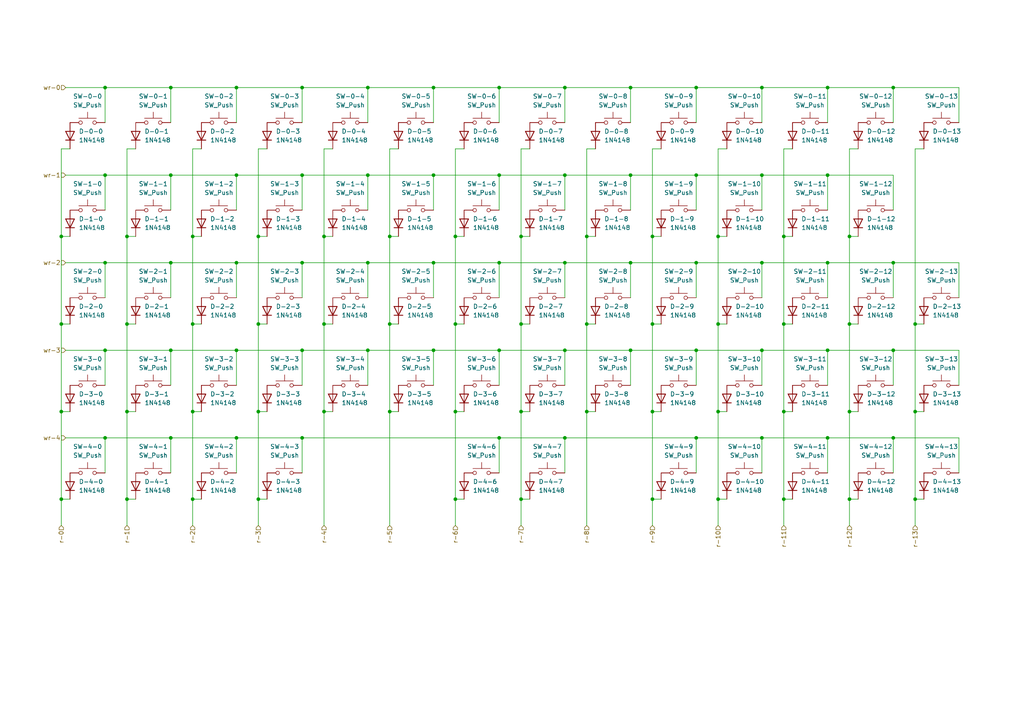
<source format=kicad_sch>
(kicad_sch (version 20250114) (generator "eeschema") (generator_version "9.0")
  (paper "A4")
  (junction (at 259.08 127))
  (junction (at 170.18 93.98))
  (junction (at 132.08 93.98))
  (junction (at 240.03 127))
  (junction (at 240.03 25.4))
  (junction (at 151.13 68.58))
  (junction (at 208.28 68.58))
  (junction (at 36.83 68.58))
  (junction (at 163.83 76.2))
  (junction (at 144.78 76.2))
  (junction (at 246.38 68.58))
  (junction (at 189.23 119.38))
  (junction (at 125.73 76.2))
  (junction (at 17.78 144.78))
  (junction (at 163.83 50.8))
  (junction (at 93.98 119.38))
  (junction (at 259.08 101.6))
  (junction (at 49.53 25.4))
  (junction (at 87.63 25.4))
  (junction (at 30.48 76.2))
  (junction (at 68.58 76.2))
  (junction (at 17.78 119.38))
  (junction (at 36.83 119.38))
  (junction (at 151.13 119.38))
  (junction (at 106.68 76.2))
  (junction (at 125.73 25.4))
  (junction (at 30.48 101.6))
  (junction (at 182.88 76.2))
  (junction (at 68.58 50.8))
  (junction (at 220.98 50.8))
  (junction (at 246.38 144.78))
  (junction (at 170.18 68.58))
  (junction (at 259.08 25.4))
  (junction (at 74.93 68.58))
  (junction (at 240.03 76.2))
  (junction (at 144.78 25.4))
  (junction (at 132.08 119.38))
  (junction (at 93.98 93.98))
  (junction (at 17.78 68.58))
  (junction (at 125.73 50.8))
  (junction (at 30.48 25.4))
  (junction (at 201.93 101.6))
  (junction (at 265.43 119.38))
  (junction (at 220.98 101.6))
  (junction (at 201.93 76.2))
  (junction (at 163.83 127))
  (junction (at 113.03 93.98))
  (junction (at 208.28 144.78))
  (junction (at 68.58 25.4))
  (junction (at 227.33 119.38))
  (junction (at 265.43 144.78))
  (junction (at 220.98 76.2))
  (junction (at 227.33 68.58))
  (junction (at 113.03 68.58))
  (junction (at 87.63 127))
  (junction (at 87.63 76.2))
  (junction (at 87.63 101.6))
  (junction (at 246.38 119.38))
  (junction (at 246.38 93.98))
  (junction (at 189.23 93.98))
  (junction (at 113.03 119.38))
  (junction (at 74.93 93.98))
  (junction (at 49.53 76.2))
  (junction (at 144.78 101.6))
  (junction (at 151.13 93.98))
  (junction (at 30.48 127))
  (junction (at 144.78 50.8))
  (junction (at 170.18 119.38))
  (junction (at 259.08 76.2))
  (junction (at 68.58 127))
  (junction (at 106.68 50.8))
  (junction (at 132.08 144.78))
  (junction (at 68.58 101.6))
  (junction (at 17.78 93.98))
  (junction (at 265.43 93.98))
  (junction (at 74.93 119.38))
  (junction (at 208.28 119.38))
  (junction (at 55.88 144.78))
  (junction (at 106.68 101.6))
  (junction (at 189.23 144.78))
  (junction (at 87.63 50.8))
  (junction (at 208.28 93.98))
  (junction (at 201.93 127))
  (junction (at 220.98 25.4))
  (junction (at 30.48 50.8))
  (junction (at 36.83 93.98))
  (junction (at 49.53 101.6))
  (junction (at 125.73 101.6))
  (junction (at 182.88 25.4))
  (junction (at 240.03 50.8))
  (junction (at 106.68 25.4))
  (junction (at 49.53 127))
  (junction (at 189.23 68.58))
  (junction (at 182.88 101.6))
  (junction (at 227.33 93.98))
  (junction (at 55.88 68.58))
  (junction (at 220.98 127))
  (junction (at 163.83 101.6))
  (junction (at 201.93 50.8))
  (junction (at 151.13 144.78))
  (junction (at 182.88 50.8))
  (junction (at 163.83 25.4))
  (junction (at 74.93 144.78))
  (junction (at 36.83 144.78))
  (junction (at 240.03 101.6))
  (junction (at 49.53 50.8))
  (junction (at 55.88 93.98))
  (junction (at 132.08 68.58))
  (junction (at 201.93 25.4))
  (junction (at 93.98 68.58))
  (junction (at 144.78 127))
  (junction (at 55.88 119.38))
  (junction (at 227.33 144.78))
  (wire (pts (xy 210.82 43.18) (xy 208.28 43.18)))
  (wire (pts (xy 19.05 127) (xy 30.48 127)))
  (wire (pts (xy 182.88 76.2) (xy 182.88 86.36)))
  (wire (pts (xy 153.67 119.38) (xy 151.13 119.38)))
  (wire (pts (xy 227.33 93.98) (xy 229.87 93.98)))
  (wire (pts (xy 17.78 43.18) (xy 17.78 68.58)))
  (wire (pts (xy 17.78 93.98) (xy 20.32 93.98)))
  (wire (pts (xy 246.38 93.98) (xy 246.38 119.38)))
  (wire (pts (xy 36.83 119.38) (xy 36.83 144.78)))
  (wire (pts (xy 182.88 101.6) (xy 201.93 101.6)))
  (wire (pts (xy 265.43 144.78) (xy 265.43 152.4)))
  (wire (pts (xy 163.83 25.4) (xy 182.88 25.4)))
  (wire (pts (xy 172.72 43.18) (xy 170.18 43.18)))
  (wire (pts (xy 189.23 93.98) (xy 191.77 93.98)))
  (wire (pts (xy 151.13 144.78) (xy 151.13 152.4)))
  (wire (pts (xy 36.83 43.18) (xy 36.83 68.58)))
  (wire (pts (xy 49.53 101.6) (xy 68.58 101.6)))
  (wire (pts (xy 39.37 93.98) (xy 36.83 93.98)))
  (wire (pts (xy 134.62 68.58) (xy 132.08 68.58)))
  (wire (pts (xy 55.88 119.38) (xy 55.88 144.78)))
  (wire (pts (xy 144.78 50.8) (xy 144.78 60.96)))
  (wire (pts (xy 240.03 127) (xy 240.03 137.16)))
  (wire (pts (xy 240.03 50.8) (xy 240.03 60.96)))
  (wire (pts (xy 144.78 25.4) (xy 163.83 25.4)))
  (wire (pts (xy 106.68 76.2) (xy 106.68 86.36)))
  (wire (pts (xy 240.03 50.8) (xy 259.08 50.8)))
  (wire (pts (xy 93.98 119.38) (xy 93.98 152.4)))
  (wire (pts (xy 36.83 144.78) (xy 36.83 152.4)))
  (wire (pts (xy 248.92 43.18) (xy 246.38 43.18)))
  (wire (pts (xy 58.42 144.78) (xy 55.88 144.78)))
  (wire (pts (xy 240.03 76.2) (xy 240.03 86.36)))
  (wire (pts (xy 182.88 76.2) (xy 201.93 76.2)))
  (wire (pts (xy 144.78 101.6) (xy 144.78 111.76)))
  (wire (pts (xy 20.32 43.18) (xy 17.78 43.18)))
  (wire (pts (xy 208.28 93.98) (xy 210.82 93.98)))
  (wire (pts (xy 113.03 93.98) (xy 113.03 119.38)))
  (wire (pts (xy 55.88 144.78) (xy 55.88 152.4)))
  (wire (pts (xy 36.83 68.58) (xy 36.83 93.98)))
  (wire (pts (xy 189.23 43.18) (xy 189.23 68.58)))
  (wire (pts (xy 87.63 101.6) (xy 87.63 111.76)))
  (wire (pts (xy 220.98 50.8) (xy 240.03 50.8)))
  (wire (pts (xy 49.53 76.2) (xy 49.53 86.36)))
  (wire (pts (xy 259.08 127) (xy 259.08 137.16)))
  (wire (pts (xy 229.87 119.38) (xy 227.33 119.38)))
  (wire (pts (xy 49.53 101.6) (xy 49.53 111.76)))
  (wire (pts (xy 201.93 101.6) (xy 201.93 111.76)))
  (wire (pts (xy 68.58 25.4) (xy 68.58 35.56)))
  (wire (pts (xy 87.63 50.8) (xy 106.68 50.8)))
  (wire (pts (xy 49.53 76.2) (xy 68.58 76.2)))
  (wire (pts (xy 201.93 76.2) (xy 220.98 76.2)))
  (wire (pts (xy 163.83 50.8) (xy 163.83 60.96)))
  (wire (pts (xy 115.57 119.38) (xy 113.03 119.38)))
  (wire (pts (xy 68.58 50.8) (xy 68.58 60.96)))
  (wire (pts (xy 151.13 68.58) (xy 151.13 93.98)))
  (wire (pts (xy 132.08 68.58) (xy 132.08 93.98)))
  (wire (pts (xy 246.38 43.18) (xy 246.38 68.58)))
  (wire (pts (xy 87.63 25.4) (xy 87.63 35.56)))
  (wire (pts (xy 227.33 119.38) (xy 227.33 144.78)))
  (wire (pts (xy 151.13 119.38) (xy 151.13 144.78)))
  (wire (pts (xy 208.28 43.18) (xy 208.28 68.58)))
  (wire (pts (xy 265.43 43.18) (xy 265.43 93.98)))
  (wire (pts (xy 134.62 43.18) (xy 132.08 43.18)))
  (wire (pts (xy 30.48 50.8) (xy 49.53 50.8)))
  (wire (pts (xy 201.93 25.4) (xy 201.93 35.56)))
  (wire (pts (xy 246.38 93.98) (xy 248.92 93.98)))
  (wire (pts (xy 77.47 68.58) (xy 74.93 68.58)))
  (wire (pts (xy 106.68 101.6) (xy 106.68 111.76)))
  (wire (pts (xy 259.08 101.6) (xy 259.08 111.76)))
  (wire (pts (xy 125.73 50.8) (xy 144.78 50.8)))
  (wire (pts (xy 182.88 50.8) (xy 201.93 50.8)))
  (wire (pts (xy 144.78 101.6) (xy 163.83 101.6)))
  (wire (pts (xy 68.58 101.6) (xy 87.63 101.6)))
  (wire (pts (xy 278.13 76.2) (xy 278.13 86.36)))
  (wire (pts (xy 210.82 68.58) (xy 208.28 68.58)))
  (wire (pts (xy 189.23 119.38) (xy 189.23 144.78)))
  (wire (pts (xy 246.38 68.58) (xy 248.92 68.58)))
  (wire (pts (xy 87.63 76.2) (xy 87.63 86.36)))
  (wire (pts (xy 132.08 93.98) (xy 132.08 119.38)))
  (wire (pts (xy 151.13 144.78) (xy 153.67 144.78)))
  (wire (pts (xy 115.57 43.18) (xy 113.03 43.18)))
  (wire (pts (xy 227.33 144.78) (xy 227.33 152.4)))
  (wire (pts (xy 170.18 68.58) (xy 170.18 93.98)))
  (wire (pts (xy 151.13 93.98) (xy 153.67 93.98)))
  (wire (pts (xy 189.23 144.78) (xy 191.77 144.78)))
  (wire (pts (xy 39.37 43.18) (xy 36.83 43.18)))
  (wire (pts (xy 208.28 144.78) (xy 208.28 152.4)))
  (wire (pts (xy 189.23 93.98) (xy 189.23 119.38)))
  (wire (pts (xy 208.28 144.78) (xy 210.82 144.78)))
  (wire (pts (xy 163.83 76.2) (xy 182.88 76.2)))
  (wire (pts (xy 132.08 119.38) (xy 132.08 144.78)))
  (wire (pts (xy 106.68 101.6) (xy 125.73 101.6)))
  (wire (pts (xy 182.88 25.4) (xy 182.88 35.56)))
  (wire (pts (xy 125.73 101.6) (xy 144.78 101.6)))
  (wire (pts (xy 132.08 43.18) (xy 132.08 68.58)))
  (wire (pts (xy 55.88 93.98) (xy 55.88 119.38)))
  (wire (pts (xy 58.42 43.18) (xy 55.88 43.18)))
  (wire (pts (xy 106.68 50.8) (xy 125.73 50.8)))
  (wire (pts (xy 20.32 68.58) (xy 17.78 68.58)))
  (wire (pts (xy 170.18 68.58) (xy 172.72 68.58)))
  (wire (pts (xy 74.93 144.78) (xy 74.93 152.4)))
  (wire (pts (xy 17.78 119.38) (xy 17.78 144.78)))
  (wire (pts (xy 96.52 119.38) (xy 93.98 119.38)))
  (wire (pts (xy 267.97 93.98) (xy 265.43 93.98)))
  (wire (pts (xy 248.92 119.38) (xy 246.38 119.38)))
  (wire (pts (xy 220.98 127) (xy 240.03 127)))
  (wire (pts (xy 189.23 68.58) (xy 189.23 93.98)))
  (wire (pts (xy 113.03 68.58) (xy 113.03 93.98)))
  (wire (pts (xy 259.08 127) (xy 278.13 127)))
  (wire (pts (xy 30.48 25.4) (xy 49.53 25.4)))
  (wire (pts (xy 113.03 43.18) (xy 113.03 68.58)))
  (wire (pts (xy 170.18 93.98) (xy 172.72 93.98)))
  (wire (pts (xy 229.87 68.58) (xy 227.33 68.58)))
  (wire (pts (xy 19.05 50.8) (xy 30.48 50.8)))
  (wire (pts (xy 87.63 25.4) (xy 106.68 25.4)))
  (wire (pts (xy 144.78 127) (xy 144.78 137.16)))
  (wire (pts (xy 30.48 137.16) (xy 30.48 127)))
  (wire (pts (xy 125.73 25.4) (xy 125.73 35.56)))
  (wire (pts (xy 151.13 93.98) (xy 151.13 119.38)))
  (wire (pts (xy 36.83 93.98) (xy 36.83 119.38)))
  (wire (pts (xy 163.83 127) (xy 163.83 137.16)))
  (wire (pts (xy 125.73 25.4) (xy 144.78 25.4)))
  (wire (pts (xy 93.98 93.98) (xy 93.98 119.38)))
  (wire (pts (xy 68.58 127) (xy 68.58 137.16)))
  (wire (pts (xy 201.93 50.8) (xy 201.93 60.96)))
  (wire (pts (xy 113.03 119.38) (xy 113.03 152.4)))
  (wire (pts (xy 201.93 127) (xy 201.93 137.16)))
  (wire (pts (xy 267.97 43.18) (xy 265.43 43.18)))
  (wire (pts (xy 172.72 119.38) (xy 170.18 119.38)))
  (wire (pts (xy 19.05 76.2) (xy 30.48 76.2)))
  (wire (pts (xy 278.13 101.6) (xy 278.13 111.76)))
  (wire (pts (xy 30.48 50.8) (xy 30.48 60.96)))
  (wire (pts (xy 265.43 144.78) (xy 267.97 144.78)))
  (wire (pts (xy 39.37 144.78) (xy 36.83 144.78)))
  (wire (pts (xy 49.53 25.4) (xy 49.53 35.56)))
  (wire (pts (xy 220.98 101.6) (xy 240.03 101.6)))
  (wire (pts (xy 240.03 101.6) (xy 240.03 111.76)))
  (wire (pts (xy 210.82 119.38) (xy 208.28 119.38)))
  (wire (pts (xy 240.03 101.6) (xy 259.08 101.6)))
  (wire (pts (xy 106.68 76.2) (xy 125.73 76.2)))
  (wire (pts (xy 74.93 93.98) (xy 74.93 119.38)))
  (wire (pts (xy 68.58 76.2) (xy 68.58 86.36)))
  (wire (pts (xy 220.98 25.4) (xy 220.98 35.56)))
  (wire (pts (xy 278.13 25.4) (xy 278.13 35.56)))
  (wire (pts (xy 36.83 119.38) (xy 39.37 119.38)))
  (wire (pts (xy 132.08 119.38) (xy 134.62 119.38)))
  (wire (pts (xy 191.77 43.18) (xy 189.23 43.18)))
  (wire (pts (xy 201.93 127) (xy 220.98 127)))
  (wire (pts (xy 125.73 76.2) (xy 144.78 76.2)))
  (wire (pts (xy 74.93 119.38) (xy 74.93 144.78)))
  (wire (pts (xy 55.88 68.58) (xy 55.88 93.98)))
  (wire (pts (xy 259.08 25.4) (xy 278.13 25.4)))
  (wire (pts (xy 201.93 50.8) (xy 220.98 50.8)))
  (wire (pts (xy 227.33 43.18) (xy 227.33 68.58)))
  (wire (pts (xy 240.03 127) (xy 259.08 127)))
  (wire (pts (xy 106.68 25.4) (xy 125.73 25.4)))
  (wire (pts (xy 58.42 93.98) (xy 55.88 93.98)))
  (wire (pts (xy 125.73 50.8) (xy 125.73 60.96)))
  (wire (pts (xy 201.93 76.2) (xy 201.93 86.36)))
  (wire (pts (xy 77.47 43.18) (xy 74.93 43.18)))
  (wire (pts (xy 163.83 76.2) (xy 163.83 86.36)))
  (wire (pts (xy 30.48 101.6) (xy 30.48 111.76)))
  (wire (pts (xy 208.28 119.38) (xy 208.28 144.78)))
  (wire (pts (xy 87.63 101.6) (xy 106.68 101.6)))
  (wire (pts (xy 227.33 68.58) (xy 227.33 93.98)))
  (wire (pts (xy 163.83 127) (xy 201.93 127)))
  (wire (pts (xy 106.68 25.4) (xy 106.68 35.56)))
  (wire (pts (xy 220.98 25.4) (xy 240.03 25.4)))
  (wire (pts (xy 96.52 43.18) (xy 93.98 43.18)))
  (wire (pts (xy 170.18 119.38) (xy 170.18 152.4)))
  (wire (pts (xy 220.98 76.2) (xy 220.98 86.36)))
  (wire (pts (xy 265.43 93.98) (xy 265.43 119.38)))
  (wire (pts (xy 19.05 101.6) (xy 30.48 101.6)))
  (wire (pts (xy 259.08 50.8) (xy 259.08 60.96)))
  (wire (pts (xy 68.58 76.2) (xy 87.63 76.2)))
  (wire (pts (xy 229.87 43.18) (xy 227.33 43.18)))
  (wire (pts (xy 151.13 43.18) (xy 151.13 68.58)))
  (wire (pts (xy 74.93 68.58) (xy 74.93 93.98)))
  (wire (pts (xy 208.28 93.98) (xy 208.28 119.38)))
  (wire (pts (xy 30.48 86.36) (xy 30.48 76.2)))
  (wire (pts (xy 17.78 93.98) (xy 17.78 119.38)))
  (wire (pts (xy 68.58 50.8) (xy 87.63 50.8)))
  (wire (pts (xy 265.43 119.38) (xy 265.43 144.78)))
  (wire (pts (xy 227.33 93.98) (xy 227.33 119.38)))
  (wire (pts (xy 87.63 76.2) (xy 106.68 76.2)))
  (wire (pts (xy 132.08 144.78) (xy 132.08 152.4)))
  (wire (pts (xy 189.23 144.78) (xy 189.23 152.4)))
  (wire (pts (xy 30.48 25.4) (xy 30.48 35.56)))
  (wire (pts (xy 220.98 101.6) (xy 220.98 111.76)))
  (wire (pts (xy 125.73 76.2) (xy 125.73 86.36)))
  (wire (pts (xy 170.18 93.98) (xy 170.18 119.38)))
  (wire (pts (xy 240.03 76.2) (xy 259.08 76.2)))
  (wire (pts (xy 267.97 119.38) (xy 265.43 119.38)))
  (wire (pts (xy 259.08 76.2) (xy 259.08 86.36)))
  (wire (pts (xy 278.13 127) (xy 278.13 137.16)))
  (wire (pts (xy 259.08 101.6) (xy 278.13 101.6)))
  (wire (pts (xy 125.73 101.6) (xy 125.73 111.76)))
  (wire (pts (xy 246.38 144.78) (xy 246.38 152.4)))
  (wire (pts (xy 93.98 43.18) (xy 93.98 68.58)))
  (wire (pts (xy 93.98 68.58) (xy 96.52 68.58)))
  (wire (pts (xy 201.93 25.4) (xy 220.98 25.4)))
  (wire (pts (xy 153.67 43.18) (xy 151.13 43.18)))
  (wire (pts (xy 68.58 101.6) (xy 68.58 111.76)))
  (wire (pts (xy 220.98 127) (xy 220.98 137.16)))
  (wire (pts (xy 144.78 127) (xy 163.83 127)))
  (wire (pts (xy 49.53 50.8) (xy 68.58 50.8)))
  (wire (pts (xy 227.33 144.78) (xy 229.87 144.78)))
  (wire (pts (xy 134.62 144.78) (xy 132.08 144.78)))
  (wire (pts (xy 68.58 25.4) (xy 87.63 25.4)))
  (wire (pts (xy 163.83 50.8) (xy 182.88 50.8)))
  (wire (pts (xy 182.88 50.8) (xy 182.88 60.96)))
  (wire (pts (xy 191.77 119.38) (xy 189.23 119.38)))
  (wire (pts (xy 170.18 43.18) (xy 170.18 68.58)))
  (wire (pts (xy 30.48 76.2) (xy 49.53 76.2)))
  (wire (pts (xy 30.48 127) (xy 49.53 127)))
  (wire (pts (xy 220.98 50.8) (xy 220.98 60.96)))
  (wire (pts (xy 220.98 76.2) (xy 240.03 76.2)))
  (wire (pts (xy 30.48 101.6) (xy 49.53 101.6)))
  (wire (pts (xy 55.88 43.18) (xy 55.88 68.58)))
  (wire (pts (xy 240.03 25.4) (xy 259.08 25.4)))
  (wire (pts (xy 17.78 144.78) (xy 17.78 152.4)))
  (wire (pts (xy 246.38 119.38) (xy 246.38 144.78)))
  (wire (pts (xy 246.38 144.78) (xy 248.92 144.78)))
  (wire (pts (xy 240.03 25.4) (xy 240.03 35.56)))
  (wire (pts (xy 189.23 68.58) (xy 191.77 68.58)))
  (wire (pts (xy 151.13 68.58) (xy 153.67 68.58)))
  (wire (pts (xy 163.83 25.4) (xy 163.83 35.56)))
  (wire (pts (xy 259.08 25.4) (xy 259.08 35.56)))
  (wire (pts (xy 113.03 93.98) (xy 115.57 93.98)))
  (wire (pts (xy 163.83 101.6) (xy 182.88 101.6)))
  (wire (pts (xy 77.47 119.38) (xy 74.93 119.38)))
  (wire (pts (xy 20.32 144.78) (xy 17.78 144.78)))
  (wire (pts (xy 58.42 119.38) (xy 55.88 119.38)))
  (wire (pts (xy 74.93 43.18) (xy 74.93 68.58)))
  (wire (pts (xy 106.68 50.8) (xy 106.68 60.96)))
  (wire (pts (xy 19.05 25.4) (xy 30.48 25.4)))
  (wire (pts (xy 163.83 101.6) (xy 163.83 111.76)))
  (wire (pts (xy 246.38 68.58) (xy 246.38 93.98)))
  (wire (pts (xy 132.08 93.98) (xy 134.62 93.98)))
  (wire (pts (xy 87.63 127) (xy 144.78 127)))
  (wire (pts (xy 144.78 50.8) (xy 163.83 50.8)))
  (wire (pts (xy 87.63 50.8) (xy 87.63 60.96)))
  (wire (pts (xy 182.88 101.6) (xy 182.88 111.76)))
  (wire (pts (xy 208.28 68.58) (xy 208.28 93.98)))
  (wire (pts (xy 201.93 101.6) (xy 220.98 101.6)))
  (wire (pts (xy 144.78 76.2) (xy 163.83 76.2)))
  (wire (pts (xy 17.78 119.38) (xy 20.32 119.38)))
  (wire (pts (xy 87.63 127) (xy 87.63 137.16)))
  (wire (pts (xy 113.03 68.58) (xy 115.57 68.58)))
  (wire (pts (xy 144.78 25.4) (xy 144.78 35.56)))
  (wire (pts (xy 17.78 68.58) (xy 17.78 93.98)))
  (wire (pts (xy 259.08 76.2) (xy 278.13 76.2)))
  (wire (pts (xy 182.88 25.4) (xy 201.93 25.4)))
  (wire (pts (xy 36.83 68.58) (xy 39.37 68.58)))
  (wire (pts (xy 49.53 25.4) (xy 68.58 25.4)))
  (wire (pts (xy 49.53 127) (xy 49.53 137.16)))
  (wire (pts (xy 144.78 76.2) (xy 144.78 86.36)))
  (wire (pts (xy 77.47 144.78) (xy 74.93 144.78)))
  (wire (pts (xy 74.93 93.98) (xy 77.47 93.98)))
  (wire (pts (xy 49.53 127) (xy 68.58 127)))
  (wire (pts (xy 93.98 93.98) (xy 96.52 93.98)))
  (wire (pts (xy 93.98 68.58) (xy 93.98 93.98)))
  (wire (pts (xy 68.58 127) (xy 87.63 127)))
  (wire (pts (xy 55.88 68.58) (xy 58.42 68.58)))
  (wire (pts (xy 49.53 50.8) (xy 49.53 60.96)))
  (hierarchical_label "wr-3" (shape input) (at 19.05 101.6 180))
  (hierarchical_label "wr-2" (shape input) (at 19.05 76.2 180))
  (hierarchical_label "wr-1" (shape input) (at 19.05 50.8 180))
  (hierarchical_label "r-11" (shape input) (at 227.33 152.4 270))
  (hierarchical_label "r-12" (shape input) (at 246.38 152.4 270))
  (hierarchical_label "r-13" (shape input) (at 265.43 152.4 270))
  (hierarchical_label "r-10" (shape input) (at 208.28 152.4 270))
  (hierarchical_label "r-8" (shape input) (at 170.18 152.4 270))
  (hierarchical_label "r-9" (shape input) (at 189.23 152.4 270))
  (hierarchical_label "r-0" (shape input) (at 17.78 152.4 270))
  (hierarchical_label "r-3" (shape input) (at 74.93 152.4 270))
  (hierarchical_label "r-1" (shape input) (at 36.83 152.4 270))
  (hierarchical_label "r-2" (shape input) (at 55.88 152.4 270))
  (hierarchical_label "r-4" (shape input) (at 93.98 152.4 270))
  (hierarchical_label "r-5" (shape input) (at 113.03 152.4 270))
  (hierarchical_label "r-6" (shape input) (at 132.08 152.4 270))
  (hierarchical_label "r-7" (shape input) (at 151.13 152.4 270))
  (hierarchical_label "wr-0" (shape input) (at 19.05 25.4 180))
  (hierarchical_label "wr-4" (shape input) (at 19.05 127 180))
  (symbol (lib_id "Switch:SW_Push") (at 196.85 86.36 0) (unit 1)
    (property "Reference" "SW-2-9" (at 196.85 78.74 0))
    (property "Value" "SW_Push" (at 196.85 81.28 0))
    (property "Footprint" "Button_Switch_Keyboard:SW_Cherry_MX_1.00u_PCB" (effects (hide yes)))
    (property "Description" "Push button switch, generic, two pins" (effects (hide yes)))
  )
  (symbol (lib_id "Switch:SW_Push") (at 273.05 86.36 0) (unit 1)
    (property "Reference" "SW-2-13" (at 273.05 78.74 0))
    (property "Value" "SW_Push" (at 273.05 81.28 0))
    (property "Footprint" "Button_Switch_Keyboard:SW_Cherry_MX_1.00u_PCB" (effects (hide yes)))
    (property "Description" "Push button switch, generic, two pins" (effects (hide yes)))
  )
  (symbol (lib_id "Switch:SW_Push") (at 254 35.56 0) (unit 1)
    (property "Reference" "SW-0-12" (at 254 27.94 0))
    (property "Value" "SW_Push" (at 254 30.48 0))
    (property "Footprint" "Button_Switch_Keyboard:SW_Cherry_MX_1.00u_PCB" (effects (hide yes)))
    (property "Description" "Push button switch, generic, two pins" (effects (hide yes)))
  )
  (symbol (lib_id "Switch:SW_Push") (at 196.85 111.76 0) (unit 1)
    (property "Reference" "SW-3-9" (at 196.85 104.14 0))
    (property "Value" "SW_Push" (at 196.85 106.68 0))
    (property "Footprint" "Button_Switch_Keyboard:SW_Cherry_MX_1.00u_PCB" (effects (hide yes)))
    (property "Description" "Push button switch, generic, two pins" (effects (hide yes)))
  )
  (symbol (lib_id "Diode:1N4148") (at 153.67 140.97 90) (unit 1)
    (property "Reference" "D-4-7" (at 156.21 139.6999 90) (effects (justify right)))
    (property "Value" "1N4148" (at 156.21 142.2399 90) (effects (justify right)))
    (property "Footprint" "Diode_THT:D_DO-35_SOD27_P7.62mm_Horizontal" (effects (hide yes)))
    (property "Datasheet" "https://assets.nexperia.com/documents/data-sheet/1N4148_1N4448.pdf" (effects (hide yes)))
    (property "Description" "100V 0.15A standard switching diode, DO-35" (effects (hide yes)))
    (property "Sim.Device" "D" (effects (hide yes)))
    (property "Sim.Pins" "1=K 2=A" (effects (hide yes)))
  )
  (symbol (lib_id "Diode:1N4148") (at 96.52 115.57 90) (unit 1)
    (property "Reference" "D-3-4" (at 99.06 114.2999 90) (effects (justify right)))
    (property "Value" "1N4148" (at 99.06 116.8399 90) (effects (justify right)))
    (property "Footprint" "Diode_THT:D_DO-35_SOD27_P7.62mm_Horizontal" (effects (hide yes)))
    (property "Datasheet" "https://assets.nexperia.com/documents/data-sheet/1N4148_1N4448.pdf" (effects (hide yes)))
    (property "Description" "100V 0.15A standard switching diode, DO-35" (effects (hide yes)))
    (property "Sim.Device" "D" (effects (hide yes)))
    (property "Sim.Pins" "1=K 2=A" (effects (hide yes)))
  )
  (symbol (lib_id "Diode:1N4148") (at 191.77 115.57 90) (unit 1)
    (property "Reference" "D-3-9" (at 194.31 114.2999 90) (effects (justify right)))
    (property "Value" "1N4148" (at 194.31 116.8399 90) (effects (justify right)))
    (property "Footprint" "Diode_THT:D_DO-35_SOD27_P7.62mm_Horizontal" (effects (hide yes)))
    (property "Datasheet" "https://assets.nexperia.com/documents/data-sheet/1N4148_1N4448.pdf" (effects (hide yes)))
    (property "Description" "100V 0.15A standard switching diode, DO-35" (effects (hide yes)))
    (property "Sim.Device" "D" (effects (hide yes)))
    (property "Sim.Pins" "1=K 2=A" (effects (hide yes)))
  )
  (symbol (lib_id "Switch:SW_Push") (at 254 111.76 0) (unit 1)
    (property "Reference" "SW-3-12" (at 254 104.14 0))
    (property "Value" "SW_Push" (at 254 106.68 0))
    (property "Footprint" "Button_Switch_Keyboard:SW_Cherry_MX_1.00u_PCB" (effects (hide yes)))
    (property "Description" "Push button switch, generic, two pins" (effects (hide yes)))
  )
  (symbol (lib_id "Diode:1N4148") (at 58.42 39.37 90) (unit 1)
    (property "Reference" "D-0-2" (at 60.96 38.0999 90) (effects (justify right)))
    (property "Value" "1N4148" (at 60.96 40.6399 90) (effects (justify right)))
    (property "Footprint" "Diode_THT:D_DO-35_SOD27_P7.62mm_Horizontal" (effects (hide yes)))
    (property "Datasheet" "https://assets.nexperia.com/documents/data-sheet/1N4148_1N4448.pdf" (effects (hide yes)))
    (property "Description" "100V 0.15A standard switching diode, DO-35" (effects (hide yes)))
    (property "Sim.Device" "D" (effects (hide yes)))
    (property "Sim.Pins" "1=K 2=A" (effects (hide yes)))
  )
  (symbol (lib_id "Switch:SW_Push") (at 120.65 35.56 0) (unit 1)
    (property "Reference" "SW-0-5" (at 120.65 27.94 0))
    (property "Value" "SW_Push" (at 120.65 30.48 0))
    (property "Footprint" "Button_Switch_Keyboard:SW_Cherry_MX_1.00u_PCB" (effects (hide yes)))
    (property "Description" "Push button switch, generic, two pins" (effects (hide yes)))
  )
  (symbol (lib_id "Switch:SW_Push") (at 177.8 111.76 0) (unit 1)
    (property "Reference" "SW-3-8" (at 177.8 104.14 0))
    (property "Value" "SW_Push" (at 177.8 106.68 0))
    (property "Footprint" "Button_Switch_Keyboard:SW_Cherry_MX_1.00u_PCB" (effects (hide yes)))
    (property "Description" "Push button switch, generic, two pins" (effects (hide yes)))
  )
  (symbol (lib_id "Diode:1N4148") (at 172.72 64.77 90) (unit 1)
    (property "Reference" "D-1-8" (at 175.26 63.4999 90) (effects (justify right)))
    (property "Value" "1N4148" (at 175.26 66.0399 90) (effects (justify right)))
    (property "Footprint" "Diode_THT:D_DO-35_SOD27_P7.62mm_Horizontal" (effects (hide yes)))
    (property "Datasheet" "https://assets.nexperia.com/documents/data-sheet/1N4148_1N4448.pdf" (effects (hide yes)))
    (property "Description" "100V 0.15A standard switching diode, DO-35" (effects (hide yes)))
    (property "Sim.Device" "D" (effects (hide yes)))
    (property "Sim.Pins" "1=K 2=A" (effects (hide yes)))
  )
  (symbol (lib_id "Switch:SW_Push") (at 44.45 111.76 0) (unit 1)
    (property "Reference" "SW-3-1" (at 44.45 104.14 0))
    (property "Value" "SW_Push" (at 44.45 106.68 0))
    (property "Footprint" "Button_Switch_Keyboard:SW_Cherry_MX_1.00u_PCB" (effects (hide yes)))
    (property "Description" "Push button switch, generic, two pins" (effects (hide yes)))
  )
  (symbol (lib_id "Switch:SW_Push") (at 273.05 111.76 0) (unit 1)
    (property "Reference" "SW-3-13" (at 273.05 104.14 0))
    (property "Value" "SW_Push" (at 273.05 106.68 0))
    (property "Footprint" "Button_Switch_Keyboard:SW_Cherry_MX_1.00u_PCB" (effects (hide yes)))
    (property "Description" "Push button switch, generic, two pins" (effects (hide yes)))
  )
  (symbol (lib_id "Diode:1N4148") (at 39.37 64.77 90) (unit 1)
    (property "Reference" "D-1-1" (at 41.91 63.4999 90) (effects (justify right)))
    (property "Value" "1N4148" (at 41.91 66.0399 90) (effects (justify right)))
    (property "Footprint" "Diode_THT:D_DO-35_SOD27_P7.62mm_Horizontal" (effects (hide yes)))
    (property "Datasheet" "https://assets.nexperia.com/documents/data-sheet/1N4148_1N4448.pdf" (effects (hide yes)))
    (property "Description" "100V 0.15A standard switching diode, DO-35" (effects (hide yes)))
    (property "Sim.Device" "D" (effects (hide yes)))
    (property "Sim.Pins" "1=K 2=A" (effects (hide yes)))
  )
  (symbol (lib_id "Diode:1N4148") (at 248.92 90.17 90) (unit 1)
    (property "Reference" "D-2-12" (at 251.46 88.8999 90) (effects (justify right)))
    (property "Value" "1N4148" (at 251.46 91.4399 90) (effects (justify right)))
    (property "Footprint" "Diode_THT:D_DO-35_SOD27_P7.62mm_Horizontal" (effects (hide yes)))
    (property "Datasheet" "https://assets.nexperia.com/documents/data-sheet/1N4148_1N4448.pdf" (effects (hide yes)))
    (property "Description" "100V 0.15A standard switching diode, DO-35" (effects (hide yes)))
    (property "Sim.Device" "D" (effects (hide yes)))
    (property "Sim.Pins" "1=K 2=A" (effects (hide yes)))
  )
  (symbol (lib_id "Diode:1N4148") (at 248.92 140.97 90) (unit 1)
    (property "Reference" "D-4-12" (at 251.46 139.6999 90) (effects (justify right)))
    (property "Value" "1N4148" (at 251.46 142.2399 90) (effects (justify right)))
    (property "Footprint" "Diode_THT:D_DO-35_SOD27_P7.62mm_Horizontal" (effects (hide yes)))
    (property "Datasheet" "https://assets.nexperia.com/documents/data-sheet/1N4148_1N4448.pdf" (effects (hide yes)))
    (property "Description" "100V 0.15A standard switching diode, DO-35" (effects (hide yes)))
    (property "Sim.Device" "D" (effects (hide yes)))
    (property "Sim.Pins" "1=K 2=A" (effects (hide yes)))
  )
  (symbol (lib_id "Switch:SW_Push") (at 82.55 60.96 0) (unit 1)
    (property "Reference" "SW-1-3" (at 82.55 53.34 0))
    (property "Value" "SW_Push" (at 82.55 55.88 0))
    (property "Footprint" "Button_Switch_Keyboard:SW_Cherry_MX_1.00u_PCB" (effects (hide yes)))
    (property "Description" "Push button switch, generic, two pins" (effects (hide yes)))
  )
  (symbol (lib_id "Diode:1N4148") (at 77.47 64.77 90) (unit 1)
    (property "Reference" "D-1-3" (at 80.01 63.4999 90) (effects (justify right)))
    (property "Value" "1N4148" (at 80.01 66.0399 90) (effects (justify right)))
    (property "Footprint" "Diode_THT:D_DO-35_SOD27_P7.62mm_Horizontal" (effects (hide yes)))
    (property "Datasheet" "https://assets.nexperia.com/documents/data-sheet/1N4148_1N4448.pdf" (effects (hide yes)))
    (property "Description" "100V 0.15A standard switching diode, DO-35" (effects (hide yes)))
    (property "Sim.Device" "D" (effects (hide yes)))
    (property "Sim.Pins" "1=K 2=A" (effects (hide yes)))
  )
  (symbol (lib_id "Diode:1N4148") (at 248.92 39.37 90) (unit 1)
    (property "Reference" "D-0-12" (at 251.46 38.0999 90) (effects (justify right)))
    (property "Value" "1N4148" (at 251.46 40.6399 90) (effects (justify right)))
    (property "Footprint" "Diode_THT:D_DO-35_SOD27_P7.62mm_Horizontal" (effects (hide yes)))
    (property "Datasheet" "https://assets.nexperia.com/documents/data-sheet/1N4148_1N4448.pdf" (effects (hide yes)))
    (property "Description" "100V 0.15A standard switching diode, DO-35" (effects (hide yes)))
    (property "Sim.Device" "D" (effects (hide yes)))
    (property "Sim.Pins" "1=K 2=A" (effects (hide yes)))
  )
  (symbol (lib_id "Diode:1N4148") (at 115.57 39.37 90) (unit 1)
    (property "Reference" "D-0-5" (at 118.11 38.0999 90) (effects (justify right)))
    (property "Value" "1N4148" (at 118.11 40.6399 90) (effects (justify right)))
    (property "Footprint" "Diode_THT:D_DO-35_SOD27_P7.62mm_Horizontal" (effects (hide yes)))
    (property "Datasheet" "https://assets.nexperia.com/documents/data-sheet/1N4148_1N4448.pdf" (effects (hide yes)))
    (property "Description" "100V 0.15A standard switching diode, DO-35" (effects (hide yes)))
    (property "Sim.Device" "D" (effects (hide yes)))
    (property "Sim.Pins" "1=K 2=A" (effects (hide yes)))
  )
  (symbol (lib_id "Switch:SW_Push") (at 196.85 35.56 0) (unit 1)
    (property "Reference" "SW-0-9" (at 196.85 27.94 0))
    (property "Value" "SW_Push" (at 196.85 30.48 0))
    (property "Footprint" "Button_Switch_Keyboard:SW_Cherry_MX_1.00u_PCB" (effects (hide yes)))
    (property "Description" "Push button switch, generic, two pins" (effects (hide yes)))
  )
  (symbol (lib_id "Diode:1N4148") (at 191.77 90.17 90) (unit 1)
    (property "Reference" "D-2-9" (at 194.31 88.8999 90) (effects (justify right)))
    (property "Value" "1N4148" (at 194.31 91.4399 90) (effects (justify right)))
    (property "Footprint" "Diode_THT:D_DO-35_SOD27_P7.62mm_Horizontal" (effects (hide yes)))
    (property "Datasheet" "https://assets.nexperia.com/documents/data-sheet/1N4148_1N4448.pdf" (effects (hide yes)))
    (property "Description" "100V 0.15A standard switching diode, DO-35" (effects (hide yes)))
    (property "Sim.Device" "D" (effects (hide yes)))
    (property "Sim.Pins" "1=K 2=A" (effects (hide yes)))
  )
  (symbol (lib_id "Switch:SW_Push") (at 82.55 35.56 0) (unit 1)
    (property "Reference" "SW-0-3" (at 82.55 27.94 0))
    (property "Value" "SW_Push" (at 82.55 30.48 0))
    (property "Footprint" "Button_Switch_Keyboard:SW_Cherry_MX_1.00u_PCB" (effects (hide yes)))
    (property "Description" "Push button switch, generic, two pins" (effects (hide yes)))
  )
  (symbol (lib_id "Switch:SW_Push") (at 25.4 111.76 0) (unit 1)
    (property "Reference" "SW-3-0" (at 25.4 104.14 0))
    (property "Value" "SW_Push" (at 25.4 106.68 0))
    (property "Footprint" "Button_Switch_Keyboard:SW_Cherry_MX_1.00u_PCB" (effects (hide yes)))
    (property "Description" "Push button switch, generic, two pins" (effects (hide yes)))
  )
  (symbol (lib_id "Switch:SW_Push") (at 273.05 35.56 0) (unit 1)
    (property "Reference" "SW-0-13" (at 273.05 27.94 0))
    (property "Value" "SW_Push" (at 273.05 30.48 0))
    (property "Footprint" "Button_Switch_Keyboard:SW_Cherry_MX_1.00u_PCB" (effects (hide yes)))
    (property "Description" "Push button switch, generic, two pins" (effects (hide yes)))
  )
  (symbol (lib_id "Switch:SW_Push") (at 254 86.36 0) (unit 1)
    (property "Reference" "SW-2-12" (at 254 78.74 0))
    (property "Value" "SW_Push" (at 254 81.28 0))
    (property "Footprint" "Button_Switch_Keyboard:SW_Cherry_MX_1.00u_PCB" (effects (hide yes)))
    (property "Description" "Push button switch, generic, two pins" (effects (hide yes)))
  )
  (symbol (lib_id "Diode:1N4148") (at 20.32 140.97 90) (unit 1)
    (property "Reference" "D-4-0" (at 22.86 139.6999 90) (effects (justify right)))
    (property "Value" "1N4148" (at 22.86 142.2399 90) (effects (justify right)))
    (property "Footprint" "Diode_THT:D_DO-35_SOD27_P7.62mm_Horizontal" (effects (hide yes)))
    (property "Datasheet" "https://assets.nexperia.com/documents/data-sheet/1N4148_1N4448.pdf" (effects (hide yes)))
    (property "Description" "100V 0.15A standard switching diode, DO-35" (effects (hide yes)))
    (property "Sim.Device" "D" (effects (hide yes)))
    (property "Sim.Pins" "1=K 2=A" (effects (hide yes)))
  )
  (symbol (lib_id "Diode:1N4148") (at 134.62 39.37 90) (unit 1)
    (property "Reference" "D-0-6" (at 137.16 38.0999 90) (effects (justify right)))
    (property "Value" "1N4148" (at 137.16 40.6399 90) (effects (justify right)))
    (property "Footprint" "Diode_THT:D_DO-35_SOD27_P7.62mm_Horizontal" (effects (hide yes)))
    (property "Datasheet" "https://assets.nexperia.com/documents/data-sheet/1N4148_1N4448.pdf" (effects (hide yes)))
    (property "Description" "100V 0.15A standard switching diode, DO-35" (effects (hide yes)))
    (property "Sim.Device" "D" (effects (hide yes)))
    (property "Sim.Pins" "1=K 2=A" (effects (hide yes)))
  )
  (symbol (lib_id "Switch:SW_Push") (at 25.4 137.16 0) (unit 1)
    (property "Reference" "SW-4-0" (at 25.4 129.54 0))
    (property "Value" "SW_Push" (at 25.4 132.08 0))
    (property "Footprint" "Button_Switch_Keyboard:SW_Cherry_MX_1.00u_PCB" (effects (hide yes)))
    (property "Description" "Push button switch, generic, two pins" (effects (hide yes)))
  )
  (symbol (lib_id "Diode:1N4148") (at 20.32 115.57 90) (unit 1)
    (property "Reference" "D-3-0" (at 22.86 114.2999 90) (effects (justify right)))
    (property "Value" "1N4148" (at 22.86 116.8399 90) (effects (justify right)))
    (property "Footprint" "Diode_THT:D_DO-35_SOD27_P7.62mm_Horizontal" (effects (hide yes)))
    (property "Datasheet" "https://assets.nexperia.com/documents/data-sheet/1N4148_1N4448.pdf" (effects (hide yes)))
    (property "Description" "100V 0.15A standard switching diode, DO-35" (effects (hide yes)))
    (property "Sim.Device" "D" (effects (hide yes)))
    (property "Sim.Pins" "1=K 2=A" (effects (hide yes)))
  )
  (symbol (lib_id "Diode:1N4148") (at 115.57 115.57 90) (unit 1)
    (property "Reference" "D-3-5" (at 118.11 114.2999 90) (effects (justify right)))
    (property "Value" "1N4148" (at 118.11 116.8399 90) (effects (justify right)))
    (property "Footprint" "Diode_THT:D_DO-35_SOD27_P7.62mm_Horizontal" (effects (hide yes)))
    (property "Datasheet" "https://assets.nexperia.com/documents/data-sheet/1N4148_1N4448.pdf" (effects (hide yes)))
    (property "Description" "100V 0.15A standard switching diode, DO-35" (effects (hide yes)))
    (property "Sim.Device" "D" (effects (hide yes)))
    (property "Sim.Pins" "1=K 2=A" (effects (hide yes)))
  )
  (symbol (lib_id "Switch:SW_Push") (at 44.45 137.16 0) (unit 1)
    (property "Reference" "SW-4-1" (at 44.45 129.54 0))
    (property "Value" "SW_Push" (at 44.45 132.08 0))
    (property "Footprint" "Button_Switch_Keyboard:SW_Cherry_MX_1.00u_PCB" (effects (hide yes)))
    (property "Description" "Push button switch, generic, two pins" (effects (hide yes)))
  )
  (symbol (lib_id "Diode:1N4148") (at 229.87 39.37 90) (unit 1)
    (property "Reference" "D-0-11" (at 232.41 38.0999 90) (effects (justify right)))
    (property "Value" "1N4148" (at 232.41 40.6399 90) (effects (justify right)))
    (property "Footprint" "Diode_THT:D_DO-35_SOD27_P7.62mm_Horizontal" (effects (hide yes)))
    (property "Datasheet" "https://assets.nexperia.com/documents/data-sheet/1N4148_1N4448.pdf" (effects (hide yes)))
    (property "Description" "100V 0.15A standard switching diode, DO-35" (effects (hide yes)))
    (property "Sim.Device" "D" (effects (hide yes)))
    (property "Sim.Pins" "1=K 2=A" (effects (hide yes)))
  )
  (symbol (lib_id "Switch:SW_Push") (at 101.6 60.96 0) (unit 1)
    (property "Reference" "SW-1-4" (at 101.6 53.34 0))
    (property "Value" "SW_Push" (at 101.6 55.88 0))
    (property "Footprint" "Button_Switch_Keyboard:SW_Cherry_MX_1.00u_PCB" (effects (hide yes)))
    (property "Description" "Push button switch, generic, two pins" (effects (hide yes)))
  )
  (symbol (lib_id "Switch:SW_Push") (at 215.9 35.56 0) (unit 1)
    (property "Reference" "SW-0-10" (at 215.9 27.94 0))
    (property "Value" "SW_Push" (at 215.9 30.48 0))
    (property "Footprint" "Button_Switch_Keyboard:SW_Cherry_MX_1.00u_PCB" (effects (hide yes)))
    (property "Description" "Push button switch, generic, two pins" (effects (hide yes)))
  )
  (symbol (lib_id "Diode:1N4148") (at 96.52 64.77 90) (unit 1)
    (property "Reference" "D-1-4" (at 99.06 63.4999 90) (effects (justify right)))
    (property "Value" "1N4148" (at 99.06 66.0399 90) (effects (justify right)))
    (property "Footprint" "Diode_THT:D_DO-35_SOD27_P7.62mm_Horizontal" (effects (hide yes)))
    (property "Datasheet" "https://assets.nexperia.com/documents/data-sheet/1N4148_1N4448.pdf" (effects (hide yes)))
    (property "Description" "100V 0.15A standard switching diode, DO-35" (effects (hide yes)))
    (property "Sim.Device" "D" (effects (hide yes)))
    (property "Sim.Pins" "1=K 2=A" (effects (hide yes)))
  )
  (symbol (lib_id "Switch:SW_Push") (at 139.7 111.76 0) (unit 1)
    (property "Reference" "SW-3-6" (at 139.7 104.14 0))
    (property "Value" "SW_Push" (at 139.7 106.68 0))
    (property "Footprint" "Button_Switch_Keyboard:SW_Cherry_MX_1.00u_PCB" (effects (hide yes)))
    (property "Description" "Push button switch, generic, two pins" (effects (hide yes)))
  )
  (symbol (lib_id "Switch:SW_Push") (at 63.5 35.56 0) (unit 1)
    (property "Reference" "SW-0-2" (at 63.5 27.94 0))
    (property "Value" "SW_Push" (at 63.5 30.48 0))
    (property "Footprint" "Button_Switch_Keyboard:SW_Cherry_MX_1.00u_PCB" (effects (hide yes)))
    (property "Description" "Push button switch, generic, two pins" (effects (hide yes)))
  )
  (symbol (lib_id "Diode:1N4148") (at 210.82 90.17 90) (unit 1)
    (property "Reference" "D-2-10" (at 213.36 88.8999 90) (effects (justify right)))
    (property "Value" "1N4148" (at 213.36 91.4399 90) (effects (justify right)))
    (property "Footprint" "Diode_THT:D_DO-35_SOD27_P7.62mm_Horizontal" (effects (hide yes)))
    (property "Datasheet" "https://assets.nexperia.com/documents/data-sheet/1N4148_1N4448.pdf" (effects (hide yes)))
    (property "Description" "100V 0.15A standard switching diode, DO-35" (effects (hide yes)))
    (property "Sim.Device" "D" (effects (hide yes)))
    (property "Sim.Pins" "1=K 2=A" (effects (hide yes)))
  )
  (symbol (lib_id "Diode:1N4148") (at 58.42 140.97 90) (unit 1)
    (property "Reference" "D-4-2" (at 60.96 139.6999 90) (effects (justify right)))
    (property "Value" "1N4148" (at 60.96 142.2399 90) (effects (justify right)))
    (property "Footprint" "Diode_THT:D_DO-35_SOD27_P7.62mm_Horizontal" (effects (hide yes)))
    (property "Datasheet" "https://assets.nexperia.com/documents/data-sheet/1N4148_1N4448.pdf" (effects (hide yes)))
    (property "Description" "100V 0.15A standard switching diode, DO-35" (effects (hide yes)))
    (property "Sim.Device" "D" (effects (hide yes)))
    (property "Sim.Pins" "1=K 2=A" (effects (hide yes)))
  )
  (symbol (lib_id "Diode:1N4148") (at 267.97 39.37 90) (unit 1)
    (property "Reference" "D-0-13" (at 270.51 38.0999 90) (effects (justify right)))
    (property "Value" "1N4148" (at 270.51 40.6399 90) (effects (justify right)))
    (property "Footprint" "Diode_THT:D_DO-35_SOD27_P7.62mm_Horizontal" (effects (hide yes)))
    (property "Datasheet" "https://assets.nexperia.com/documents/data-sheet/1N4148_1N4448.pdf" (effects (hide yes)))
    (property "Description" "100V 0.15A standard switching diode, DO-35" (effects (hide yes)))
    (property "Sim.Device" "D" (effects (hide yes)))
    (property "Sim.Pins" "1=K 2=A" (effects (hide yes)))
  )
  (symbol (lib_id "Diode:1N4148") (at 20.32 39.37 90) (unit 1)
    (property "Reference" "D-0-0" (at 22.86 38.0999 90) (effects (justify right)))
    (property "Value" "1N4148" (at 22.86 40.6399 90) (effects (justify right)))
    (property "Footprint" "Diode_THT:D_DO-35_SOD27_P7.62mm_Horizontal" (effects (hide yes)))
    (property "Datasheet" "https://assets.nexperia.com/documents/data-sheet/1N4148_1N4448.pdf" (effects (hide yes)))
    (property "Description" "100V 0.15A standard switching diode, DO-35" (effects (hide yes)))
    (property "Sim.Device" "D" (effects (hide yes)))
    (property "Sim.Pins" "1=K 2=A" (effects (hide yes)))
  )
  (symbol (lib_id "Switch:SW_Push") (at 139.7 86.36 0) (unit 1)
    (property "Reference" "SW-2-6" (at 139.7 78.74 0))
    (property "Value" "SW_Push" (at 139.7 81.28 0))
    (property "Footprint" "Button_Switch_Keyboard:SW_Cherry_MX_1.00u_PCB" (effects (hide yes)))
    (property "Description" "Push button switch, generic, two pins" (effects (hide yes)))
  )
  (symbol (lib_id "Diode:1N4148") (at 134.62 140.97 90) (unit 1)
    (property "Reference" "D-4-6" (at 137.16 139.6999 90) (effects (justify right)))
    (property "Value" "1N4148" (at 137.16 142.2399 90) (effects (justify right)))
    (property "Footprint" "Diode_THT:D_DO-35_SOD27_P7.62mm_Horizontal" (effects (hide yes)))
    (property "Datasheet" "https://assets.nexperia.com/documents/data-sheet/1N4148_1N4448.pdf" (effects (hide yes)))
    (property "Description" "100V 0.15A standard switching diode, DO-35" (effects (hide yes)))
    (property "Sim.Device" "D" (effects (hide yes)))
    (property "Sim.Pins" "1=K 2=A" (effects (hide yes)))
  )
  (symbol (lib_id "Diode:1N4148") (at 229.87 90.17 90) (unit 1)
    (property "Reference" "D-2-11" (at 232.41 88.8999 90) (effects (justify right)))
    (property "Value" "1N4148" (at 232.41 91.4399 90) (effects (justify right)))
    (property "Footprint" "Diode_THT:D_DO-35_SOD27_P7.62mm_Horizontal" (effects (hide yes)))
    (property "Datasheet" "https://assets.nexperia.com/documents/data-sheet/1N4148_1N4448.pdf" (effects (hide yes)))
    (property "Description" "100V 0.15A standard switching diode, DO-35" (effects (hide yes)))
    (property "Sim.Device" "D" (effects (hide yes)))
    (property "Sim.Pins" "1=K 2=A" (effects (hide yes)))
  )
  (symbol (lib_id "Diode:1N4148") (at 153.67 115.57 90) (unit 1)
    (property "Reference" "D-3-7" (at 156.21 114.2999 90) (effects (justify right)))
    (property "Value" "1N4148" (at 156.21 116.8399 90) (effects (justify right)))
    (property "Footprint" "Diode_THT:D_DO-35_SOD27_P7.62mm_Horizontal" (effects (hide yes)))
    (property "Datasheet" "https://assets.nexperia.com/documents/data-sheet/1N4148_1N4448.pdf" (effects (hide yes)))
    (property "Description" "100V 0.15A standard switching diode, DO-35" (effects (hide yes)))
    (property "Sim.Device" "D" (effects (hide yes)))
    (property "Sim.Pins" "1=K 2=A" (effects (hide yes)))
  )
  (symbol (lib_id "Switch:SW_Push") (at 63.5 111.76 0) (unit 1)
    (property "Reference" "SW-3-2" (at 63.5 104.14 0))
    (property "Value" "SW_Push" (at 63.5 106.68 0))
    (property "Footprint" "Button_Switch_Keyboard:SW_Cherry_MX_1.00u_PCB" (effects (hide yes)))
    (property "Description" "Push button switch, generic, two pins" (effects (hide yes)))
  )
  (symbol (lib_id "Switch:SW_Push") (at 177.8 35.56 0) (unit 1)
    (property "Reference" "SW-0-8" (at 177.8 27.94 0))
    (property "Value" "SW_Push" (at 177.8 30.48 0))
    (property "Footprint" "Button_Switch_Keyboard:SW_Cherry_MX_1.00u_PCB" (effects (hide yes)))
    (property "Description" "Push button switch, generic, two pins" (effects (hide yes)))
  )
  (symbol (lib_id "Switch:SW_Push") (at 177.8 86.36 0) (unit 1)
    (property "Reference" "SW-2-8" (at 177.8 78.74 0))
    (property "Value" "SW_Push" (at 177.8 81.28 0))
    (property "Footprint" "Button_Switch_Keyboard:SW_Cherry_MX_1.00u_PCB" (effects (hide yes)))
    (property "Description" "Push button switch, generic, two pins" (effects (hide yes)))
  )
  (symbol (lib_id "Switch:SW_Push") (at 139.7 35.56 0) (unit 1)
    (property "Reference" "SW-0-6" (at 139.7 27.94 0))
    (property "Value" "SW_Push" (at 139.7 30.48 0))
    (property "Footprint" "Button_Switch_Keyboard:SW_Cherry_MX_1.00u_PCB" (effects (hide yes)))
    (property "Description" "Push button switch, generic, two pins" (effects (hide yes)))
  )
  (symbol (lib_id "Switch:SW_Push") (at 82.55 86.36 0) (unit 1)
    (property "Reference" "SW-2-3" (at 82.55 78.74 0))
    (property "Value" "SW_Push" (at 82.55 81.28 0))
    (property "Footprint" "Button_Switch_Keyboard:SW_Cherry_MX_1.00u_PCB" (effects (hide yes)))
    (property "Description" "Push button switch, generic, two pins" (effects (hide yes)))
  )
  (symbol (lib_id "Diode:1N4148") (at 248.92 64.77 90) (unit 1)
    (property "Reference" "D-1-12" (at 251.46 63.4999 90) (effects (justify right)))
    (property "Value" "1N4148" (at 251.46 66.0399 90) (effects (justify right)))
    (property "Footprint" "Diode_THT:D_DO-35_SOD27_P7.62mm_Horizontal" (effects (hide yes)))
    (property "Datasheet" "https://assets.nexperia.com/documents/data-sheet/1N4148_1N4448.pdf" (effects (hide yes)))
    (property "Description" "100V 0.15A standard switching diode, DO-35" (effects (hide yes)))
    (property "Sim.Device" "D" (effects (hide yes)))
    (property "Sim.Pins" "1=K 2=A" (effects (hide yes)))
  )
  (symbol (lib_id "Switch:SW_Push") (at 44.45 60.96 0) (unit 1)
    (property "Reference" "SW-1-1" (at 44.45 53.34 0))
    (property "Value" "SW_Push" (at 44.45 55.88 0))
    (property "Footprint" "Button_Switch_Keyboard:SW_Cherry_MX_1.00u_PCB" (effects (hide yes)))
    (property "Description" "Push button switch, generic, two pins" (effects (hide yes)))
  )
  (symbol (lib_id "Diode:1N4148") (at 77.47 90.17 90) (unit 1)
    (property "Reference" "D-2-3" (at 80.01 88.8999 90) (effects (justify right)))
    (property "Value" "1N4148" (at 80.01 91.4399 90) (effects (justify right)))
    (property "Footprint" "Diode_THT:D_DO-35_SOD27_P7.62mm_Horizontal" (effects (hide yes)))
    (property "Datasheet" "https://assets.nexperia.com/documents/data-sheet/1N4148_1N4448.pdf" (effects (hide yes)))
    (property "Description" "100V 0.15A standard switching diode, DO-35" (effects (hide yes)))
    (property "Sim.Device" "D" (effects (hide yes)))
    (property "Sim.Pins" "1=K 2=A" (effects (hide yes)))
  )
  (symbol (lib_id "Diode:1N4148") (at 96.52 39.37 90) (unit 1)
    (property "Reference" "D-0-4" (at 99.06 38.0999 90) (effects (justify right)))
    (property "Value" "1N4148" (at 99.06 40.6399 90) (effects (justify right)))
    (property "Footprint" "Diode_THT:D_DO-35_SOD27_P7.62mm_Horizontal" (effects (hide yes)))
    (property "Datasheet" "https://assets.nexperia.com/documents/data-sheet/1N4148_1N4448.pdf" (effects (hide yes)))
    (property "Description" "100V 0.15A standard switching diode, DO-35" (effects (hide yes)))
    (property "Sim.Device" "D" (effects (hide yes)))
    (property "Sim.Pins" "1=K 2=A" (effects (hide yes)))
  )
  (symbol (lib_id "Switch:SW_Push") (at 196.85 60.96 0) (unit 1)
    (property "Reference" "SW-1-9" (at 196.85 53.34 0))
    (property "Value" "SW_Push" (at 196.85 55.88 0))
    (property "Footprint" "Button_Switch_Keyboard:SW_Cherry_MX_1.00u_PCB" (effects (hide yes)))
    (property "Description" "Push button switch, generic, two pins" (effects (hide yes)))
  )
  (symbol (lib_id "Diode:1N4148") (at 134.62 115.57 90) (unit 1)
    (property "Reference" "D-3-6" (at 137.16 114.2999 90) (effects (justify right)))
    (property "Value" "1N4148" (at 137.16 116.8399 90) (effects (justify right)))
    (property "Footprint" "Diode_THT:D_DO-35_SOD27_P7.62mm_Horizontal" (effects (hide yes)))
    (property "Datasheet" "https://assets.nexperia.com/documents/data-sheet/1N4148_1N4448.pdf" (effects (hide yes)))
    (property "Description" "100V 0.15A standard switching diode, DO-35" (effects (hide yes)))
    (property "Sim.Device" "D" (effects (hide yes)))
    (property "Sim.Pins" "1=K 2=A" (effects (hide yes)))
  )
  (symbol (lib_id "Diode:1N4148") (at 77.47 140.97 90) (unit 1)
    (property "Reference" "D-4-3" (at 80.01 139.6999 90) (effects (justify right)))
    (property "Value" "1N4148" (at 80.01 142.2399 90) (effects (justify right)))
    (property "Footprint" "Diode_THT:D_DO-35_SOD27_P7.62mm_Horizontal" (effects (hide yes)))
    (property "Datasheet" "https://assets.nexperia.com/documents/data-sheet/1N4148_1N4448.pdf" (effects (hide yes)))
    (property "Description" "100V 0.15A standard switching diode, DO-35" (effects (hide yes)))
    (property "Sim.Device" "D" (effects (hide yes)))
    (property "Sim.Pins" "1=K 2=A" (effects (hide yes)))
  )
  (symbol (lib_id "Diode:1N4148") (at 267.97 90.17 90) (unit 1)
    (property "Reference" "D-2-13" (at 270.51 88.8999 90) (effects (justify right)))
    (property "Value" "1N4148" (at 270.51 91.4399 90) (effects (justify right)))
    (property "Footprint" "Diode_THT:D_DO-35_SOD27_P7.62mm_Horizontal" (effects (hide yes)))
    (property "Datasheet" "https://assets.nexperia.com/documents/data-sheet/1N4148_1N4448.pdf" (effects (hide yes)))
    (property "Description" "100V 0.15A standard switching diode, DO-35" (effects (hide yes)))
    (property "Sim.Device" "D" (effects (hide yes)))
    (property "Sim.Pins" "1=K 2=A" (effects (hide yes)))
  )
  (symbol (lib_id "Diode:1N4148") (at 229.87 64.77 90) (unit 1)
    (property "Reference" "D-1-11" (at 232.41 63.4999 90) (effects (justify right)))
    (property "Value" "1N4148" (at 232.41 66.0399 90) (effects (justify right)))
    (property "Footprint" "Diode_THT:D_DO-35_SOD27_P7.62mm_Horizontal" (effects (hide yes)))
    (property "Datasheet" "https://assets.nexperia.com/documents/data-sheet/1N4148_1N4448.pdf" (effects (hide yes)))
    (property "Description" "100V 0.15A standard switching diode, DO-35" (effects (hide yes)))
    (property "Sim.Device" "D" (effects (hide yes)))
    (property "Sim.Pins" "1=K 2=A" (effects (hide yes)))
  )
  (symbol (lib_id "Diode:1N4148") (at 248.92 115.57 90) (unit 1)
    (property "Reference" "D-3-12" (at 251.46 114.2999 90) (effects (justify right)))
    (property "Value" "1N4148" (at 251.46 116.8399 90) (effects (justify right)))
    (property "Footprint" "Diode_THT:D_DO-35_SOD27_P7.62mm_Horizontal" (effects (hide yes)))
    (property "Datasheet" "https://assets.nexperia.com/documents/data-sheet/1N4148_1N4448.pdf" (effects (hide yes)))
    (property "Description" "100V 0.15A standard switching diode, DO-35" (effects (hide yes)))
    (property "Sim.Device" "D" (effects (hide yes)))
    (property "Sim.Pins" "1=K 2=A" (effects (hide yes)))
  )
  (symbol (lib_id "Diode:1N4148") (at 39.37 140.97 90) (unit 1)
    (property "Reference" "D-4-1" (at 41.91 139.6999 90) (effects (justify right)))
    (property "Value" "1N4148" (at 41.91 142.2399 90) (effects (justify right)))
    (property "Footprint" "Diode_THT:D_DO-35_SOD27_P7.62mm_Horizontal" (effects (hide yes)))
    (property "Datasheet" "https://assets.nexperia.com/documents/data-sheet/1N4148_1N4448.pdf" (effects (hide yes)))
    (property "Description" "100V 0.15A standard switching diode, DO-35" (effects (hide yes)))
    (property "Sim.Device" "D" (effects (hide yes)))
    (property "Sim.Pins" "1=K 2=A" (effects (hide yes)))
  )
  (symbol (lib_id "Switch:SW_Push") (at 44.45 35.56 0) (unit 1)
    (property "Reference" "SW-0-1" (at 44.45 27.94 0))
    (property "Value" "SW_Push" (at 44.45 30.48 0))
    (property "Footprint" "Button_Switch_Keyboard:SW_Cherry_MX_1.00u_PCB" (effects (hide yes)))
    (property "Description" "Push button switch, generic, two pins" (effects (hide yes)))
  )
  (symbol (lib_id "Diode:1N4148") (at 77.47 115.57 90) (unit 1)
    (property "Reference" "D-3-3" (at 80.01 114.2999 90) (effects (justify right)))
    (property "Value" "1N4148" (at 80.01 116.8399 90) (effects (justify right)))
    (property "Footprint" "Diode_THT:D_DO-35_SOD27_P7.62mm_Horizontal" (effects (hide yes)))
    (property "Datasheet" "https://assets.nexperia.com/documents/data-sheet/1N4148_1N4448.pdf" (effects (hide yes)))
    (property "Description" "100V 0.15A standard switching diode, DO-35" (effects (hide yes)))
    (property "Sim.Device" "D" (effects (hide yes)))
    (property "Sim.Pins" "1=K 2=A" (effects (hide yes)))
  )
  (symbol (lib_id "Switch:SW_Push") (at 158.75 111.76 0) (unit 1)
    (property "Reference" "SW-3-7" (at 158.75 104.14 0))
    (property "Value" "SW_Push" (at 158.75 106.68 0))
    (property "Footprint" "Button_Switch_Keyboard:SW_Cherry_MX_1.00u_PCB" (effects (hide yes)))
    (property "Description" "Push button switch, generic, two pins" (effects (hide yes)))
  )
  (symbol (lib_id "Diode:1N4148") (at 210.82 64.77 90) (unit 1)
    (property "Reference" "D-1-10" (at 213.36 63.4999 90) (effects (justify right)))
    (property "Value" "1N4148" (at 213.36 66.0399 90) (effects (justify right)))
    (property "Footprint" "Diode_THT:D_DO-35_SOD27_P7.62mm_Horizontal" (effects (hide yes)))
    (property "Datasheet" "https://assets.nexperia.com/documents/data-sheet/1N4148_1N4448.pdf" (effects (hide yes)))
    (property "Description" "100V 0.15A standard switching diode, DO-35" (effects (hide yes)))
    (property "Sim.Device" "D" (effects (hide yes)))
    (property "Sim.Pins" "1=K 2=A" (effects (hide yes)))
  )
  (symbol (lib_id "Diode:1N4148") (at 39.37 39.37 90) (unit 1)
    (property "Reference" "D-0-1" (at 41.91 38.0999 90) (effects (justify right)))
    (property "Value" "1N4148" (at 41.91 40.6399 90) (effects (justify right)))
    (property "Footprint" "Diode_THT:D_DO-35_SOD27_P7.62mm_Horizontal" (effects (hide yes)))
    (property "Datasheet" "https://assets.nexperia.com/documents/data-sheet/1N4148_1N4448.pdf" (effects (hide yes)))
    (property "Description" "100V 0.15A standard switching diode, DO-35" (effects (hide yes)))
    (property "Sim.Device" "D" (effects (hide yes)))
    (property "Sim.Pins" "1=K 2=A" (effects (hide yes)))
  )
  (symbol (lib_id "Switch:SW_Push") (at 177.8 60.96 0) (unit 1)
    (property "Reference" "SW-1-8" (at 177.8 53.34 0))
    (property "Value" "SW_Push" (at 177.8 55.88 0))
    (property "Footprint" "Button_Switch_Keyboard:SW_Cherry_MX_1.00u_PCB" (effects (hide yes)))
    (property "Description" "Push button switch, generic, two pins" (effects (hide yes)))
  )
  (symbol (lib_id "Switch:SW_Push") (at 196.85 137.16 0) (unit 1)
    (property "Reference" "SW-4-9" (at 196.85 129.54 0))
    (property "Value" "SW_Push" (at 196.85 132.08 0))
    (property "Footprint" "Button_Switch_Keyboard:SW_Cherry_MX_1.00u_PCB" (effects (hide yes)))
    (property "Description" "Push button switch, generic, two pins" (effects (hide yes)))
  )
  (symbol (lib_id "Switch:SW_Push") (at 215.9 137.16 0) (unit 1)
    (property "Reference" "SW-4-10" (at 215.9 129.54 0))
    (property "Value" "SW_Push" (at 215.9 132.08 0))
    (property "Footprint" "Button_Switch_Keyboard:SW_Cherry_MX_1.00u_PCB" (effects (hide yes)))
    (property "Description" "Push button switch, generic, two pins" (effects (hide yes)))
  )
  (symbol (lib_id "Switch:SW_Push") (at 25.4 60.96 0) (unit 1)
    (property "Reference" "SW-1-0" (at 25.4 53.34 0))
    (property "Value" "SW_Push" (at 25.4 55.88 0))
    (property "Footprint" "Button_Switch_Keyboard:SW_Cherry_MX_1.00u_PCB" (effects (hide yes)))
    (property "Description" "Push button switch, generic, two pins" (effects (hide yes)))
  )
  (symbol (lib_id "Diode:1N4148") (at 115.57 90.17 90) (unit 1)
    (property "Reference" "D-2-5" (at 118.11 88.8999 90) (effects (justify right)))
    (property "Value" "1N4148" (at 118.11 91.4399 90) (effects (justify right)))
    (property "Footprint" "Diode_THT:D_DO-35_SOD27_P7.62mm_Horizontal" (effects (hide yes)))
    (property "Datasheet" "https://assets.nexperia.com/documents/data-sheet/1N4148_1N4448.pdf" (effects (hide yes)))
    (property "Description" "100V 0.15A standard switching diode, DO-35" (effects (hide yes)))
    (property "Sim.Device" "D" (effects (hide yes)))
    (property "Sim.Pins" "1=K 2=A" (effects (hide yes)))
  )
  (symbol (lib_id "Diode:1N4148") (at 58.42 90.17 90) (unit 1)
    (property "Reference" "D-2-2" (at 60.96 88.8999 90) (effects (justify right)))
    (property "Value" "1N4148" (at 60.96 91.4399 90) (effects (justify right)))
    (property "Footprint" "Diode_THT:D_DO-35_SOD27_P7.62mm_Horizontal" (effects (hide yes)))
    (property "Datasheet" "https://assets.nexperia.com/documents/data-sheet/1N4148_1N4448.pdf" (effects (hide yes)))
    (property "Description" "100V 0.15A standard switching diode, DO-35" (effects (hide yes)))
    (property "Sim.Device" "D" (effects (hide yes)))
    (property "Sim.Pins" "1=K 2=A" (effects (hide yes)))
  )
  (symbol (lib_id "Diode:1N4148") (at 191.77 140.97 90) (unit 1)
    (property "Reference" "D-4-9" (at 194.31 139.6999 90) (effects (justify right)))
    (property "Value" "1N4148" (at 194.31 142.2399 90) (effects (justify right)))
    (property "Footprint" "Diode_THT:D_DO-35_SOD27_P7.62mm_Horizontal" (effects (hide yes)))
    (property "Datasheet" "https://assets.nexperia.com/documents/data-sheet/1N4148_1N4448.pdf" (effects (hide yes)))
    (property "Description" "100V 0.15A standard switching diode, DO-35" (effects (hide yes)))
    (property "Sim.Device" "D" (effects (hide yes)))
    (property "Sim.Pins" "1=K 2=A" (effects (hide yes)))
  )
  (symbol (lib_id "Diode:1N4148") (at 267.97 140.97 90) (unit 1)
    (property "Reference" "D-4-13" (at 270.51 139.6999 90) (effects (justify right)))
    (property "Value" "1N4148" (at 270.51 142.2399 90) (effects (justify right)))
    (property "Footprint" "Diode_THT:D_DO-35_SOD27_P7.62mm_Horizontal" (effects (hide yes)))
    (property "Datasheet" "https://assets.nexperia.com/documents/data-sheet/1N4148_1N4448.pdf" (effects (hide yes)))
    (property "Description" "100V 0.15A standard switching diode, DO-35" (effects (hide yes)))
    (property "Sim.Device" "D" (effects (hide yes)))
    (property "Sim.Pins" "1=K 2=A" (effects (hide yes)))
  )
  (symbol (lib_id "Switch:SW_Push") (at 101.6 35.56 0) (unit 1)
    (property "Reference" "SW-0-4" (at 101.6 27.94 0))
    (property "Value" "SW_Push" (at 101.6 30.48 0))
    (property "Footprint" "Button_Switch_Keyboard:SW_Cherry_MX_1.00u_PCB" (effects (hide yes)))
    (property "Description" "Push button switch, generic, two pins" (effects (hide yes)))
  )
  (symbol (lib_id "Switch:SW_Push") (at 158.75 86.36 0) (unit 1)
    (property "Reference" "SW-2-7" (at 158.75 78.74 0))
    (property "Value" "SW_Push" (at 158.75 81.28 0))
    (property "Footprint" "Button_Switch_Keyboard:SW_Cherry_MX_1.00u_PCB" (effects (hide yes)))
    (property "Description" "Push button switch, generic, two pins" (effects (hide yes)))
  )
  (symbol (lib_id "Switch:SW_Push") (at 82.55 111.76 0) (unit 1)
    (property "Reference" "SW-3-3" (at 82.55 104.14 0))
    (property "Value" "SW_Push" (at 82.55 106.68 0))
    (property "Footprint" "Button_Switch_Keyboard:SW_Cherry_MX_1.00u_PCB" (effects (hide yes)))
    (property "Description" "Push button switch, generic, two pins" (effects (hide yes)))
  )
  (symbol (lib_id "Switch:SW_Push") (at 44.45 86.36 0) (unit 1)
    (property "Reference" "SW-2-1" (at 44.45 78.74 0))
    (property "Value" "SW_Push" (at 44.45 81.28 0))
    (property "Footprint" "Button_Switch_Keyboard:SW_Cherry_MX_1.00u_PCB" (effects (hide yes)))
    (property "Description" "Push button switch, generic, two pins" (effects (hide yes)))
  )
  (symbol (lib_id "Switch:SW_Push") (at 215.9 111.76 0) (unit 1)
    (property "Reference" "SW-3-10" (at 215.9 104.14 0))
    (property "Value" "SW_Push" (at 215.9 106.68 0))
    (property "Footprint" "Button_Switch_Keyboard:SW_Cherry_MX_1.00u_PCB" (effects (hide yes)))
    (property "Description" "Push button switch, generic, two pins" (effects (hide yes)))
  )
  (symbol (lib_id "Switch:SW_Push") (at 139.7 60.96 0) (unit 1)
    (property "Reference" "SW-1-6" (at 139.7 53.34 0))
    (property "Value" "SW_Push" (at 139.7 55.88 0))
    (property "Footprint" "Button_Switch_Keyboard:SW_Cherry_MX_1.00u_PCB" (effects (hide yes)))
    (property "Description" "Push button switch, generic, two pins" (effects (hide yes)))
  )
  (symbol (lib_id "Switch:SW_Push") (at 120.65 60.96 0) (unit 1)
    (property "Reference" "SW-1-5" (at 120.65 53.34 0))
    (property "Value" "SW_Push" (at 120.65 55.88 0))
    (property "Footprint" "Button_Switch_Keyboard:SW_Cherry_MX_1.00u_PCB" (effects (hide yes)))
    (property "Description" "Push button switch, generic, two pins" (effects (hide yes)))
  )
  (symbol (lib_id "Switch:SW_Push") (at 254 60.96 0) (unit 1)
    (property "Reference" "SW-1-12" (at 254 53.34 0))
    (property "Value" "SW_Push" (at 254 55.88 0))
    (property "Footprint" "Button_Switch_Keyboard:SW_Cherry_MX_1.00u_PCB" (effects (hide yes)))
    (property "Description" "Push button switch, generic, two pins" (effects (hide yes)))
  )
  (symbol (lib_id "Diode:1N4148") (at 172.72 90.17 90) (unit 1)
    (property "Reference" "D-2-8" (at 175.26 88.8999 90) (effects (justify right)))
    (property "Value" "1N4148" (at 175.26 91.4399 90) (effects (justify right)))
    (property "Footprint" "Diode_THT:D_DO-35_SOD27_P7.62mm_Horizontal" (effects (hide yes)))
    (property "Datasheet" "https://assets.nexperia.com/documents/data-sheet/1N4148_1N4448.pdf" (effects (hide yes)))
    (property "Description" "100V 0.15A standard switching diode, DO-35" (effects (hide yes)))
    (property "Sim.Device" "D" (effects (hide yes)))
    (property "Sim.Pins" "1=K 2=A" (effects (hide yes)))
  )
  (symbol (lib_id "Switch:SW_Push") (at 158.75 137.16 0) (unit 1)
    (property "Reference" "SW-4-7" (at 158.75 129.54 0))
    (property "Value" "SW_Push" (at 158.75 132.08 0))
    (property "Footprint" "Button_Switch_Keyboard:SW_Cherry_MX_1.00u_PCB" (effects (hide yes)))
    (property "Description" "Push button switch, generic, two pins" (effects (hide yes)))
  )
  (symbol (lib_id "Diode:1N4148") (at 134.62 90.17 90) (unit 1)
    (property "Reference" "D-2-6" (at 137.16 88.8999 90) (effects (justify right)))
    (property "Value" "1N4148" (at 137.16 91.4399 90) (effects (justify right)))
    (property "Footprint" "Diode_THT:D_DO-35_SOD27_P7.62mm_Horizontal" (effects (hide yes)))
    (property "Datasheet" "https://assets.nexperia.com/documents/data-sheet/1N4148_1N4448.pdf" (effects (hide yes)))
    (property "Description" "100V 0.15A standard switching diode, DO-35" (effects (hide yes)))
    (property "Sim.Device" "D" (effects (hide yes)))
    (property "Sim.Pins" "1=K 2=A" (effects (hide yes)))
  )
  (symbol (lib_id "Diode:1N4148") (at 153.67 64.77 90) (unit 1)
    (property "Reference" "D-1-7" (at 156.21 63.4999 90) (effects (justify right)))
    (property "Value" "1N4148" (at 156.21 66.0399 90) (effects (justify right)))
    (property "Footprint" "Diode_THT:D_DO-35_SOD27_P7.62mm_Horizontal" (effects (hide yes)))
    (property "Datasheet" "https://assets.nexperia.com/documents/data-sheet/1N4148_1N4448.pdf" (effects (hide yes)))
    (property "Description" "100V 0.15A standard switching diode, DO-35" (effects (hide yes)))
    (property "Sim.Device" "D" (effects (hide yes)))
    (property "Sim.Pins" "1=K 2=A" (effects (hide yes)))
  )
  (symbol (lib_id "Diode:1N4148") (at 96.52 90.17 90) (unit 1)
    (property "Reference" "D-2-4" (at 99.06 88.8999 90) (effects (justify right)))
    (property "Value" "1N4148" (at 99.06 91.4399 90) (effects (justify right)))
    (property "Footprint" "Diode_THT:D_DO-35_SOD27_P7.62mm_Horizontal" (effects (hide yes)))
    (property "Datasheet" "https://assets.nexperia.com/documents/data-sheet/1N4148_1N4448.pdf" (effects (hide yes)))
    (property "Description" "100V 0.15A standard switching diode, DO-35" (effects (hide yes)))
    (property "Sim.Device" "D" (effects (hide yes)))
    (property "Sim.Pins" "1=K 2=A" (effects (hide yes)))
  )
  (symbol (lib_id "Diode:1N4148") (at 153.67 39.37 90) (unit 1)
    (property "Reference" "D-0-7" (at 156.21 38.0999 90) (effects (justify right)))
    (property "Value" "1N4148" (at 156.21 40.6399 90) (effects (justify right)))
    (property "Footprint" "Diode_THT:D_DO-35_SOD27_P7.62mm_Horizontal" (effects (hide yes)))
    (property "Datasheet" "https://assets.nexperia.com/documents/data-sheet/1N4148_1N4448.pdf" (effects (hide yes)))
    (property "Description" "100V 0.15A standard switching diode, DO-35" (effects (hide yes)))
    (property "Sim.Device" "D" (effects (hide yes)))
    (property "Sim.Pins" "1=K 2=A" (effects (hide yes)))
  )
  (symbol (lib_id "Switch:SW_Push") (at 25.4 86.36 0) (unit 1)
    (property "Reference" "SW-2-0" (at 25.4 78.74 0))
    (property "Value" "SW_Push" (at 25.4 81.28 0))
    (property "Footprint" "Button_Switch_Keyboard:SW_Cherry_MX_1.00u_PCB" (effects (hide yes)))
    (property "Description" "Push button switch, generic, two pins" (effects (hide yes)))
  )
  (symbol (lib_id "Diode:1N4148") (at 267.97 115.57 90) (unit 1)
    (property "Reference" "D-3-13" (at 270.51 114.2999 90) (effects (justify right)))
    (property "Value" "1N4148" (at 270.51 116.8399 90) (effects (justify right)))
    (property "Footprint" "Diode_THT:D_DO-35_SOD27_P7.62mm_Horizontal" (effects (hide yes)))
    (property "Datasheet" "https://assets.nexperia.com/documents/data-sheet/1N4148_1N4448.pdf" (effects (hide yes)))
    (property "Description" "100V 0.15A standard switching diode, DO-35" (effects (hide yes)))
    (property "Sim.Device" "D" (effects (hide yes)))
    (property "Sim.Pins" "1=K 2=A" (effects (hide yes)))
  )
  (symbol (lib_id "Diode:1N4148") (at 20.32 64.77 90) (unit 1)
    (property "Reference" "D-1-0" (at 22.86 63.4999 90) (effects (justify right)))
    (property "Value" "1N4148" (at 22.86 66.0399 90) (effects (justify right)))
    (property "Footprint" "Diode_THT:D_DO-35_SOD27_P7.62mm_Horizontal" (effects (hide yes)))
    (property "Datasheet" "https://assets.nexperia.com/documents/data-sheet/1N4148_1N4448.pdf" (effects (hide yes)))
    (property "Description" "100V 0.15A standard switching diode, DO-35" (effects (hide yes)))
    (property "Sim.Device" "D" (effects (hide yes)))
    (property "Sim.Pins" "1=K 2=A" (effects (hide yes)))
  )
  (symbol (lib_id "Switch:SW_Push") (at 234.95 111.76 0) (unit 1)
    (property "Reference" "SW-3-11" (at 234.95 104.14 0))
    (property "Value" "SW_Push" (at 234.95 106.68 0))
    (property "Footprint" "Button_Switch_Keyboard:SW_Cherry_MX_1.00u_PCB" (effects (hide yes)))
    (property "Description" "Push button switch, generic, two pins" (effects (hide yes)))
  )
  (symbol (lib_id "Switch:SW_Push") (at 273.05 137.16 0) (unit 1)
    (property "Reference" "SW-4-13" (at 273.05 129.54 0))
    (property "Value" "SW_Push" (at 273.05 132.08 0))
    (property "Footprint" "Button_Switch_Keyboard:SW_Cherry_MX_1.00u_PCB" (effects (hide yes)))
    (property "Description" "Push button switch, generic, two pins" (effects (hide yes)))
  )
  (symbol (lib_id "Switch:SW_Push") (at 215.9 60.96 0) (unit 1)
    (property "Reference" "SW-1-10" (at 215.9 53.34 0))
    (property "Value" "SW_Push" (at 215.9 55.88 0))
    (property "Footprint" "Button_Switch_Keyboard:SW_Cherry_MX_1.00u_PCB" (effects (hide yes)))
    (property "Description" "Push button switch, generic, two pins" (effects (hide yes)))
  )
  (symbol (lib_id "Switch:SW_Push") (at 234.95 137.16 0) (unit 1)
    (property "Reference" "SW-4-11" (at 234.95 129.54 0))
    (property "Value" "SW_Push" (at 234.95 132.08 0))
    (property "Footprint" "Button_Switch_Keyboard:SW_Cherry_MX_1.00u_PCB" (effects (hide yes)))
    (property "Description" "Push button switch, generic, two pins" (effects (hide yes)))
  )
  (symbol (lib_id "Switch:SW_Push") (at 82.55 137.16 0) (unit 1)
    (property "Reference" "SW-4-3" (at 82.55 129.54 0))
    (property "Value" "SW_Push" (at 82.55 132.08 0))
    (property "Footprint" "Button_Switch_Keyboard:SW_Cherry_MX_1.00u_PCB" (effects (hide yes)))
    (property "Description" "Push button switch, generic, two pins" (effects (hide yes)))
  )
  (symbol (lib_id "Switch:SW_Push") (at 254 137.16 0) (unit 1)
    (property "Reference" "SW-4-12" (at 254 129.54 0))
    (property "Value" "SW_Push" (at 254 132.08 0))
    (property "Footprint" "Button_Switch_Keyboard:SW_Cherry_MX_1.00u_PCB" (effects (hide yes)))
    (property "Description" "Push button switch, generic, two pins" (effects (hide yes)))
  )
  (symbol (lib_id "Switch:SW_Push") (at 139.7 137.16 0) (unit 1)
    (property "Reference" "SW-4-6" (at 139.7 129.54 0))
    (property "Value" "SW_Push" (at 139.7 132.08 0))
    (property "Footprint" "Button_Switch_Keyboard:SW_Cherry_MX_1.00u_PCB" (effects (hide yes)))
    (property "Description" "Push button switch, generic, two pins" (effects (hide yes)))
  )
  (symbol (lib_id "Diode:1N4148") (at 58.42 115.57 90) (unit 1)
    (property "Reference" "D-3-2" (at 60.96 114.2999 90) (effects (justify right)))
    (property "Value" "1N4148" (at 60.96 116.8399 90) (effects (justify right)))
    (property "Footprint" "Diode_THT:D_DO-35_SOD27_P7.62mm_Horizontal" (effects (hide yes)))
    (property "Datasheet" "https://assets.nexperia.com/documents/data-sheet/1N4148_1N4448.pdf" (effects (hide yes)))
    (property "Description" "100V 0.15A standard switching diode, DO-35" (effects (hide yes)))
    (property "Sim.Device" "D" (effects (hide yes)))
    (property "Sim.Pins" "1=K 2=A" (effects (hide yes)))
  )
  (symbol (lib_id "Diode:1N4148") (at 229.87 140.97 90) (unit 1)
    (property "Reference" "D-4-11" (at 232.41 139.6999 90) (effects (justify right)))
    (property "Value" "1N4148" (at 232.41 142.2399 90) (effects (justify right)))
    (property "Footprint" "Diode_THT:D_DO-35_SOD27_P7.62mm_Horizontal" (effects (hide yes)))
    (property "Datasheet" "https://assets.nexperia.com/documents/data-sheet/1N4148_1N4448.pdf" (effects (hide yes)))
    (property "Description" "100V 0.15A standard switching diode, DO-35" (effects (hide yes)))
    (property "Sim.Device" "D" (effects (hide yes)))
    (property "Sim.Pins" "1=K 2=A" (effects (hide yes)))
  )
  (symbol (lib_id "Switch:SW_Push") (at 63.5 86.36 0) (unit 1)
    (property "Reference" "SW-2-2" (at 63.5 78.74 0))
    (property "Value" "SW_Push" (at 63.5 81.28 0))
    (property "Footprint" "Button_Switch_Keyboard:SW_Cherry_MX_1.00u_PCB" (effects (hide yes)))
    (property "Description" "Push button switch, generic, two pins" (effects (hide yes)))
  )
  (symbol (lib_id "Switch:SW_Push") (at 234.95 35.56 0) (unit 1)
    (property "Reference" "SW-0-11" (at 234.95 27.94 0))
    (property "Value" "SW_Push" (at 234.95 30.48 0))
    (property "Footprint" "Button_Switch_Keyboard:SW_Cherry_MX_1.00u_PCB" (effects (hide yes)))
    (property "Description" "Push button switch, generic, two pins" (effects (hide yes)))
  )
  (symbol (lib_id "Diode:1N4148") (at 210.82 140.97 90) (unit 1)
    (property "Reference" "D-4-10" (at 213.36 139.6999 90) (effects (justify right)))
    (property "Value" "1N4148" (at 213.36 142.2399 90) (effects (justify right)))
    (property "Footprint" "Diode_THT:D_DO-35_SOD27_P7.62mm_Horizontal" (effects (hide yes)))
    (property "Datasheet" "https://assets.nexperia.com/documents/data-sheet/1N4148_1N4448.pdf" (effects (hide yes)))
    (property "Description" "100V 0.15A standard switching diode, DO-35" (effects (hide yes)))
    (property "Sim.Device" "D" (effects (hide yes)))
    (property "Sim.Pins" "1=K 2=A" (effects (hide yes)))
  )
  (symbol (lib_id "Diode:1N4148") (at 39.37 90.17 90) (unit 1)
    (property "Reference" "D-2-1" (at 41.91 88.8999 90) (effects (justify right)))
    (property "Value" "1N4148" (at 41.91 91.4399 90) (effects (justify right)))
    (property "Footprint" "Diode_THT:D_DO-35_SOD27_P7.62mm_Horizontal" (effects (hide yes)))
    (property "Datasheet" "https://assets.nexperia.com/documents/data-sheet/1N4148_1N4448.pdf" (effects (hide yes)))
    (property "Description" "100V 0.15A standard switching diode, DO-35" (effects (hide yes)))
    (property "Sim.Device" "D" (effects (hide yes)))
    (property "Sim.Pins" "1=K 2=A" (effects (hide yes)))
  )
  (symbol (lib_id "Diode:1N4148") (at 229.87 115.57 90) (unit 1)
    (property "Reference" "D-3-11" (at 232.41 114.2999 90) (effects (justify right)))
    (property "Value" "1N4148" (at 232.41 116.8399 90) (effects (justify right)))
    (property "Footprint" "Diode_THT:D_DO-35_SOD27_P7.62mm_Horizontal" (effects (hide yes)))
    (property "Datasheet" "https://assets.nexperia.com/documents/data-sheet/1N4148_1N4448.pdf" (effects (hide yes)))
    (property "Description" "100V 0.15A standard switching diode, DO-35" (effects (hide yes)))
    (property "Sim.Device" "D" (effects (hide yes)))
    (property "Sim.Pins" "1=K 2=A" (effects (hide yes)))
  )
  (symbol (lib_id "Diode:1N4148") (at 39.37 115.57 90) (unit 1)
    (property "Reference" "D-3-1" (at 41.91 114.2999 90) (effects (justify right)))
    (property "Value" "1N4148" (at 41.91 116.8399 90) (effects (justify right)))
    (property "Footprint" "Diode_THT:D_DO-35_SOD27_P7.62mm_Horizontal" (effects (hide yes)))
    (property "Datasheet" "https://assets.nexperia.com/documents/data-sheet/1N4148_1N4448.pdf" (effects (hide yes)))
    (property "Description" "100V 0.15A standard switching diode, DO-35" (effects (hide yes)))
    (property "Sim.Device" "D" (effects (hide yes)))
    (property "Sim.Pins" "1=K 2=A" (effects (hide yes)))
  )
  (symbol (lib_id "Switch:SW_Push") (at 63.5 60.96 0) (unit 1)
    (property "Reference" "SW-1-2" (at 63.5 53.34 0))
    (property "Value" "SW_Push" (at 63.5 55.88 0))
    (property "Footprint" "Button_Switch_Keyboard:SW_Cherry_MX_1.00u_PCB" (effects (hide yes)))
    (property "Description" "Push button switch, generic, two pins" (effects (hide yes)))
  )
  (symbol (lib_id "Switch:SW_Push") (at 234.95 86.36 0) (unit 1)
    (property "Reference" "SW-2-11" (at 234.95 78.74 0))
    (property "Value" "SW_Push" (at 234.95 81.28 0))
    (property "Footprint" "Button_Switch_Keyboard:SW_Cherry_MX_1.00u_PCB" (effects (hide yes)))
    (property "Description" "Push button switch, generic, two pins" (effects (hide yes)))
  )
  (symbol (lib_id "Diode:1N4148") (at 77.47 39.37 90) (unit 1)
    (property "Reference" "D-0-3" (at 80.01 38.0999 90) (effects (justify right)))
    (property "Value" "1N4148" (at 80.01 40.6399 90) (effects (justify right)))
    (property "Footprint" "Diode_THT:D_DO-35_SOD27_P7.62mm_Horizontal" (effects (hide yes)))
    (property "Datasheet" "https://assets.nexperia.com/documents/data-sheet/1N4148_1N4448.pdf" (effects (hide yes)))
    (property "Description" "100V 0.15A standard switching diode, DO-35" (effects (hide yes)))
    (property "Sim.Device" "D" (effects (hide yes)))
    (property "Sim.Pins" "1=K 2=A" (effects (hide yes)))
  )
  (symbol (lib_id "Diode:1N4148") (at 172.72 39.37 90) (unit 1)
    (property "Reference" "D-0-8" (at 175.26 38.0999 90) (effects (justify right)))
    (property "Value" "1N4148" (at 175.26 40.6399 90) (effects (justify right)))
    (property "Footprint" "Diode_THT:D_DO-35_SOD27_P7.62mm_Horizontal" (effects (hide yes)))
    (property "Datasheet" "https://assets.nexperia.com/documents/data-sheet/1N4148_1N4448.pdf" (effects (hide yes)))
    (property "Description" "100V 0.15A standard switching diode, DO-35" (effects (hide yes)))
    (property "Sim.Device" "D" (effects (hide yes)))
    (property "Sim.Pins" "1=K 2=A" (effects (hide yes)))
  )
  (symbol (lib_id "Switch:SW_Push") (at 158.75 60.96 0) (unit 1)
    (property "Reference" "SW-1-7" (at 158.75 53.34 0))
    (property "Value" "SW_Push" (at 158.75 55.88 0))
    (property "Footprint" "Button_Switch_Keyboard:SW_Cherry_MX_1.00u_PCB" (effects (hide yes)))
    (property "Description" "Push button switch, generic, two pins" (effects (hide yes)))
  )
  (symbol (lib_id "Diode:1N4148") (at 191.77 39.37 90) (unit 1)
    (property "Reference" "D-0-9" (at 194.31 38.0999 90) (effects (justify right)))
    (property "Value" "1N4148" (at 194.31 40.6399 90) (effects (justify right)))
    (property "Footprint" "Diode_THT:D_DO-35_SOD27_P7.62mm_Horizontal" (effects (hide yes)))
    (property "Datasheet" "https://assets.nexperia.com/documents/data-sheet/1N4148_1N4448.pdf" (effects (hide yes)))
    (property "Description" "100V 0.15A standard switching diode, DO-35" (effects (hide yes)))
    (property "Sim.Device" "D" (effects (hide yes)))
    (property "Sim.Pins" "1=K 2=A" (effects (hide yes)))
  )
  (symbol (lib_id "Diode:1N4148") (at 153.67 90.17 90) (unit 1)
    (property "Reference" "D-2-7" (at 156.21 88.8999 90) (effects (justify right)))
    (property "Value" "1N4148" (at 156.21 91.4399 90) (effects (justify right)))
    (property "Footprint" "Diode_THT:D_DO-35_SOD27_P7.62mm_Horizontal" (effects (hide yes)))
    (property "Datasheet" "https://assets.nexperia.com/documents/data-sheet/1N4148_1N4448.pdf" (effects (hide yes)))
    (property "Description" "100V 0.15A standard switching diode, DO-35" (effects (hide yes)))
    (property "Sim.Device" "D" (effects (hide yes)))
    (property "Sim.Pins" "1=K 2=A" (effects (hide yes)))
  )
  (symbol (lib_id "Switch:SW_Push") (at 63.5 137.16 0) (unit 1)
    (property "Reference" "SW-4-2" (at 63.5 129.54 0))
    (property "Value" "SW_Push" (at 63.5 132.08 0))
    (property "Footprint" "Button_Switch_Keyboard:SW_Cherry_MX_1.00u_PCB" (effects (hide yes)))
    (property "Description" "Push button switch, generic, two pins" (effects (hide yes)))
  )
  (symbol (lib_id "Switch:SW_Push") (at 25.4 35.56 0) (unit 1)
    (property "Reference" "SW-0-0" (at 25.4 27.94 0))
    (property "Value" "SW_Push" (at 25.4 30.48 0))
    (property "Footprint" "Button_Switch_Keyboard:SW_Cherry_MX_1.00u_PCB" (effects (hide yes)))
    (property "Description" "Push button switch, generic, two pins" (effects (hide yes)))
  )
  (symbol (lib_id "Switch:SW_Push") (at 234.95 60.96 0) (unit 1)
    (property "Reference" "SW-1-11" (at 234.95 53.34 0))
    (property "Value" "SW_Push" (at 234.95 55.88 0))
    (property "Footprint" "Button_Switch_Keyboard:SW_Cherry_MX_1.00u_PCB" (effects (hide yes)))
    (property "Description" "Push button switch, generic, two pins" (effects (hide yes)))
  )
  (symbol (lib_id "Switch:SW_Push") (at 158.75 35.56 0) (unit 1)
    (property "Reference" "SW-0-7" (at 158.75 27.94 0))
    (property "Value" "SW_Push" (at 158.75 30.48 0))
    (property "Footprint" "Button_Switch_Keyboard:SW_Cherry_MX_1.00u_PCB" (effects (hide yes)))
    (property "Description" "Push button switch, generic, two pins" (effects (hide yes)))
  )
  (symbol (lib_id "Diode:1N4148") (at 115.57 64.77 90) (unit 1)
    (property "Reference" "D-1-5" (at 118.11 63.4999 90) (effects (justify right)))
    (property "Value" "1N4148" (at 118.11 66.0399 90) (effects (justify right)))
    (property "Footprint" "Diode_THT:D_DO-35_SOD27_P7.62mm_Horizontal" (effects (hide yes)))
    (property "Datasheet" "https://assets.nexperia.com/documents/data-sheet/1N4148_1N4448.pdf" (effects (hide yes)))
    (property "Description" "100V 0.15A standard switching diode, DO-35" (effects (hide yes)))
    (property "Sim.Device" "D" (effects (hide yes)))
    (property "Sim.Pins" "1=K 2=A" (effects (hide yes)))
  )
  (symbol (lib_id "Switch:SW_Push") (at 215.9 86.36 0) (unit 1)
    (property "Reference" "SW-2-10" (at 215.9 78.74 0))
    (property "Value" "SW_Push" (at 215.9 81.28 0))
    (property "Footprint" "Button_Switch_Keyboard:SW_Cherry_MX_1.00u_PCB" (effects (hide yes)))
    (property "Description" "Push button switch, generic, two pins" (effects (hide yes)))
  )
  (symbol (lib_id "Diode:1N4148") (at 20.32 90.17 90) (unit 1)
    (property "Reference" "D-2-0" (at 22.86 88.8999 90) (effects (justify right)))
    (property "Value" "1N4148" (at 22.86 91.4399 90) (effects (justify right)))
    (property "Footprint" "Diode_THT:D_DO-35_SOD27_P7.62mm_Horizontal" (effects (hide yes)))
    (property "Datasheet" "https://assets.nexperia.com/documents/data-sheet/1N4148_1N4448.pdf" (effects (hide yes)))
    (property "Description" "100V 0.15A standard switching diode, DO-35" (effects (hide yes)))
    (property "Sim.Device" "D" (effects (hide yes)))
    (property "Sim.Pins" "1=K 2=A" (effects (hide yes)))
  )
  (symbol (lib_id "Diode:1N4148") (at 210.82 115.57 90) (unit 1)
    (property "Reference" "D-3-10" (at 213.36 114.2999 90) (effects (justify right)))
    (property "Value" "1N4148" (at 213.36 116.8399 90) (effects (justify right)))
    (property "Footprint" "Diode_THT:D_DO-35_SOD27_P7.62mm_Horizontal" (effects (hide yes)))
    (property "Datasheet" "https://assets.nexperia.com/documents/data-sheet/1N4148_1N4448.pdf" (effects (hide yes)))
    (property "Description" "100V 0.15A standard switching diode, DO-35" (effects (hide yes)))
    (property "Sim.Device" "D" (effects (hide yes)))
    (property "Sim.Pins" "1=K 2=A" (effects (hide yes)))
  )
  (symbol (lib_id "Switch:SW_Push") (at 101.6 86.36 0) (unit 1)
    (property "Reference" "SW-2-4" (at 101.6 78.74 0))
    (property "Value" "SW_Push" (at 101.6 81.28 0))
    (property "Footprint" "Button_Switch_Keyboard:SW_Cherry_MX_1.00u_PCB" (effects (hide yes)))
    (property "Description" "Push button switch, generic, two pins" (effects (hide yes)))
  )
  (symbol (lib_id "Diode:1N4148") (at 191.77 64.77 90) (unit 1)
    (property "Reference" "D-1-9" (at 194.31 63.4999 90) (effects (justify right)))
    (property "Value" "1N4148" (at 194.31 66.0399 90) (effects (justify right)))
    (property "Footprint" "Diode_THT:D_DO-35_SOD27_P7.62mm_Horizontal" (effects (hide yes)))
    (property "Datasheet" "https://assets.nexperia.com/documents/data-sheet/1N4148_1N4448.pdf" (effects (hide yes)))
    (property "Description" "100V 0.15A standard switching diode, DO-35" (effects (hide yes)))
    (property "Sim.Device" "D" (effects (hide yes)))
    (property "Sim.Pins" "1=K 2=A" (effects (hide yes)))
  )
  (symbol (lib_id "Diode:1N4148") (at 58.42 64.77 90) (unit 1)
    (property "Reference" "D-1-2" (at 60.96 63.4999 90) (effects (justify right)))
    (property "Value" "1N4148" (at 60.96 66.0399 90) (effects (justify right)))
    (property "Footprint" "Diode_THT:D_DO-35_SOD27_P7.62mm_Horizontal" (effects (hide yes)))
    (property "Datasheet" "https://assets.nexperia.com/documents/data-sheet/1N4148_1N4448.pdf" (effects (hide yes)))
    (property "Description" "100V 0.15A standard switching diode, DO-35" (effects (hide yes)))
    (property "Sim.Device" "D" (effects (hide yes)))
    (property "Sim.Pins" "1=K 2=A" (effects (hide yes)))
  )
  (symbol (lib_id "Switch:SW_Push") (at 120.65 86.36 0) (unit 1)
    (property "Reference" "SW-2-5" (at 120.65 78.74 0))
    (property "Value" "SW_Push" (at 120.65 81.28 0))
    (property "Footprint" "Button_Switch_Keyboard:SW_Cherry_MX_1.00u_PCB" (effects (hide yes)))
    (property "Description" "Push button switch, generic, two pins" (effects (hide yes)))
  )
  (symbol (lib_id "Switch:SW_Push") (at 101.6 111.76 0) (unit 1)
    (property "Reference" "SW-3-4" (at 101.6 104.14 0))
    (property "Value" "SW_Push" (at 101.6 106.68 0))
    (property "Footprint" "Button_Switch_Keyboard:SW_Cherry_MX_1.00u_PCB" (effects (hide yes)))
    (property "Description" "Push button switch, generic, two pins" (effects (hide yes)))
  )
  (symbol (lib_id "Diode:1N4148") (at 172.72 115.57 90) (unit 1)
    (property "Reference" "D-3-8" (at 175.26 114.2999 90) (effects (justify right)))
    (property "Value" "1N4148" (at 175.26 116.8399 90) (effects (justify right)))
    (property "Footprint" "Diode_THT:D_DO-35_SOD27_P7.62mm_Horizontal" (effects (hide yes)))
    (property "Datasheet" "https://assets.nexperia.com/documents/data-sheet/1N4148_1N4448.pdf" (effects (hide yes)))
    (property "Description" "100V 0.15A standard switching diode, DO-35" (effects (hide yes)))
    (property "Sim.Device" "D" (effects (hide yes)))
    (property "Sim.Pins" "1=K 2=A" (effects (hide yes)))
  )
  (symbol (lib_id "Diode:1N4148") (at 134.62 64.77 90) (unit 1)
    (property "Reference" "D-1-6" (at 137.16 63.4999 90) (effects (justify right)))
    (property "Value" "1N4148" (at 137.16 66.0399 90) (effects (justify right)))
    (property "Footprint" "Diode_THT:D_DO-35_SOD27_P7.62mm_Horizontal" (effects (hide yes)))
    (property "Datasheet" "https://assets.nexperia.com/documents/data-sheet/1N4148_1N4448.pdf" (effects (hide yes)))
    (property "Description" "100V 0.15A standard switching diode, DO-35" (effects (hide yes)))
    (property "Sim.Device" "D" (effects (hide yes)))
    (property "Sim.Pins" "1=K 2=A" (effects (hide yes)))
  )
  (symbol (lib_id "Diode:1N4148") (at 210.82 39.37 90) (unit 1)
    (property "Reference" "D-0-10" (at 213.36 38.0999 90) (effects (justify right)))
    (property "Value" "1N4148" (at 213.36 40.6399 90) (effects (justify right)))
    (property "Footprint" "Diode_THT:D_DO-35_SOD27_P7.62mm_Horizontal" (effects (hide yes)))
    (property "Datasheet" "https://assets.nexperia.com/documents/data-sheet/1N4148_1N4448.pdf" (effects (hide yes)))
    (property "Description" "100V 0.15A standard switching diode, DO-35" (effects (hide yes)))
    (property "Sim.Device" "D" (effects (hide yes)))
    (property "Sim.Pins" "1=K 2=A" (effects (hide yes)))
  )
  (symbol (lib_id "Switch:SW_Push") (at 120.65 111.76 0) (unit 1)
    (property "Reference" "SW-3-5" (at 120.65 104.14 0))
    (property "Value" "SW_Push" (at 120.65 106.68 0))
    (property "Footprint" "Button_Switch_Keyboard:SW_Cherry_MX_1.00u_PCB" (effects (hide yes)))
    (property "Description" "Push button switch, generic, two pins" (effects (hide yes)))
  )
)
</source>
